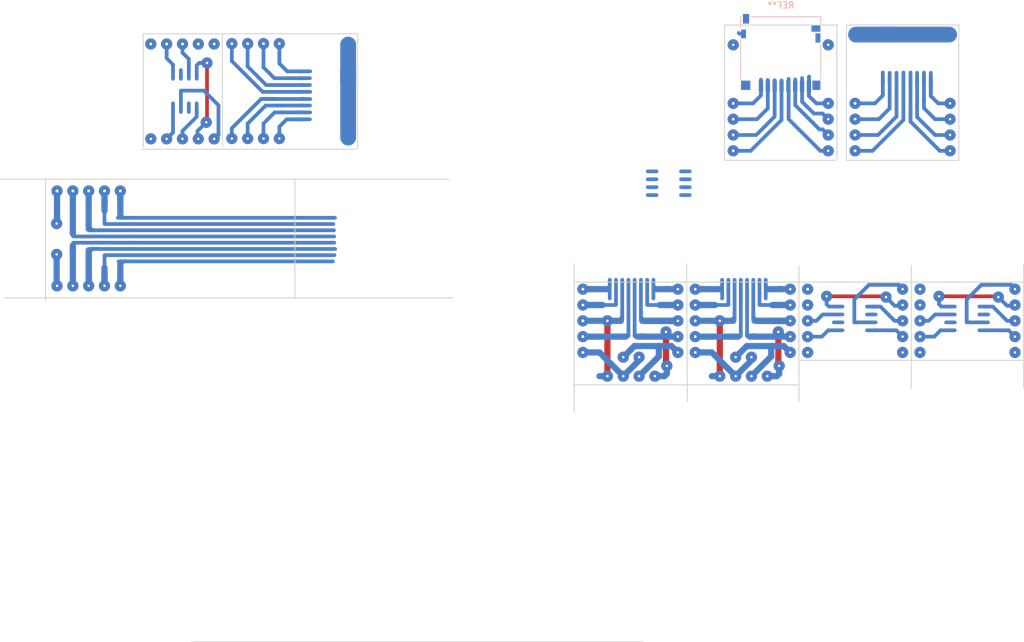
<source format=kicad_pcb>
(kicad_pcb (version 20171130) (host pcbnew "(5.0.1-3-g963ef8bb5)")

  (general
    (thickness 1.6)
    (drawings 26)
    (tracks 874)
    (zones 0)
    (modules 1)
    (nets 1)
  )

  (page A4)
  (layers
    (0 F.Cu signal)
    (31 B.Cu signal)
    (32 B.Adhes user)
    (33 F.Adhes user)
    (34 B.Paste user)
    (35 F.Paste user)
    (36 B.SilkS user)
    (37 F.SilkS user)
    (38 B.Mask user)
    (39 F.Mask user)
    (40 Dwgs.User user)
    (41 Cmts.User user)
    (42 Eco1.User user)
    (43 Eco2.User user)
    (44 Edge.Cuts user)
    (45 Margin user)
    (46 B.CrtYd user)
    (47 F.CrtYd user)
    (48 B.Fab user)
    (49 F.Fab user)
  )

  (setup
    (last_trace_width 0.59944)
    (trace_clearance 0.2)
    (zone_clearance 0.508)
    (zone_45_only no)
    (trace_min 0.2)
    (segment_width 0.2)
    (edge_width 0.15)
    (via_size 1.8)
    (via_drill 0.4)
    (via_min_size 0.4)
    (via_min_drill 0.3)
    (uvia_size 0.3)
    (uvia_drill 0.1)
    (uvias_allowed no)
    (uvia_min_size 0.2)
    (uvia_min_drill 0.1)
    (pcb_text_width 0.3)
    (pcb_text_size 1.5 1.5)
    (mod_edge_width 0.15)
    (mod_text_size 1 1)
    (mod_text_width 0.15)
    (pad_size 1.524 1.524)
    (pad_drill 0.762)
    (pad_to_mask_clearance 0.051)
    (solder_mask_min_width 0.25)
    (aux_axis_origin 0 0)
    (visible_elements FFFFFF7F)
    (pcbplotparams
      (layerselection 0x010fc_ffffffff)
      (usegerberextensions false)
      (usegerberattributes false)
      (usegerberadvancedattributes false)
      (creategerberjobfile false)
      (excludeedgelayer true)
      (linewidth 0.150000)
      (plotframeref false)
      (viasonmask false)
      (mode 1)
      (useauxorigin false)
      (hpglpennumber 1)
      (hpglpenspeed 20)
      (hpglpendiameter 15.000000)
      (psnegative false)
      (psa4output false)
      (plotreference true)
      (plotvalue true)
      (plotinvisibletext false)
      (padsonsilk false)
      (subtractmaskfromsilk false)
      (outputformat 1)
      (mirror false)
      (drillshape 1)
      (scaleselection 1)
      (outputdirectory ""))
  )

  (net 0 "")

  (net_class Default "This is the default net class."
    (clearance 0.2)
    (trace_width 0.59944)
    (via_dia 1.8)
    (via_drill 0.4)
    (uvia_dia 0.3)
    (uvia_drill 0.1)
  )

  (net_class neti ""
    (clearance 0.2)
    (trace_width 0.59944)
    (via_dia 3)
    (via_drill 0.4)
    (uvia_dia 0.3)
    (uvia_drill 0.1)
  )

  (module Connector_Card:microSD_HC_Hirose_DM3D-SF (layer B.Cu) (tedit 5B82D16A) (tstamp 5DE970AC)
    (at 140.208 19.685 180)
    (descr "Micro SD, SMD, right-angle, push-pull (https://media.digikey.com/PDF/Data%20Sheets/Hirose%20PDFs/DM3D-SF.pdf)")
    (tags "Micro SD")
    (attr smd)
    (fp_text reference REF** (at -0.025 7.625 180) (layer B.SilkS)
      (effects (font (size 1 1) (thickness 0.15)) (justify mirror))
    )
    (fp_text value microSD_HC_Hirose_DM3D-SF (at -0.025 -6.975 180) (layer B.Fab)
      (effects (font (size 1 1) (thickness 0.15)) (justify mirror))
    )
    (fp_arc (start 5.475 -5.475) (end 5.475 -5.725) (angle -90) (layer B.Fab) (width 0.1))
    (fp_arc (start 4.725 -4.425) (end 4.725 -3.925) (angle -90) (layer B.Fab) (width 0.1))
    (fp_arc (start -5.525 -5.475) (end -5.275 -5.475) (angle -90) (layer B.Fab) (width 0.1))
    (fp_arc (start -4.775 -4.425) (end -5.275 -4.425) (angle -90) (layer B.Fab) (width 0.1))
    (fp_arc (start -5.025 -9.575) (end -5.025 -10.075) (angle -90) (layer B.Fab) (width 0.1))
    (fp_arc (start 4.975 -9.575) (end 5.475 -9.575) (angle -90) (layer B.Fab) (width 0.1))
    (fp_line (start 6.325 5.785) (end 6.435 5.785) (layer B.SilkS) (width 0.12))
    (fp_line (start 0.525 5.725) (end -1.975 5.725) (layer Dwgs.User) (width 0.1))
    (fp_line (start 6.375 -5.725) (end 6.375 5.725) (layer B.Fab) (width 0.1))
    (fp_line (start 3.575 -0.475) (end 3.575 1.525) (layer Dwgs.User) (width 0.1))
    (fp_line (start 3.075 -0.475) (end 3.575 0.975) (layer Dwgs.User) (width 0.1))
    (fp_line (start 2.575 -0.475) (end 3.275 1.525) (layer Dwgs.User) (width 0.1))
    (fp_line (start 2.075 -0.475) (end 2.775 1.525) (layer Dwgs.User) (width 0.1))
    (fp_line (start 1.575 -0.475) (end 2.275 1.525) (layer Dwgs.User) (width 0.1))
    (fp_line (start 1.075 -0.475) (end 1.775 1.525) (layer Dwgs.User) (width 0.1))
    (fp_line (start 0.575 -0.475) (end 1.275 1.525) (layer Dwgs.User) (width 0.1))
    (fp_line (start 0.075 -0.475) (end 0.775 1.525) (layer Dwgs.User) (width 0.1))
    (fp_line (start -0.425 -0.475) (end 0.275 1.525) (layer Dwgs.User) (width 0.1))
    (fp_line (start -0.925 -0.475) (end -0.225 1.525) (layer Dwgs.User) (width 0.1))
    (fp_line (start -1.425 -0.475) (end -0.725 1.525) (layer Dwgs.User) (width 0.1))
    (fp_line (start -1.925 -0.475) (end -1.225 1.525) (layer Dwgs.User) (width 0.1))
    (fp_line (start -2.425 -0.475) (end -1.725 1.525) (layer Dwgs.User) (width 0.1))
    (fp_line (start -2.925 -0.475) (end -2.225 1.525) (layer Dwgs.User) (width 0.1))
    (fp_line (start -3.425 -0.475) (end -2.725 1.525) (layer Dwgs.User) (width 0.1))
    (fp_line (start -4.425 -0.475) (end -3.725 1.525) (layer Dwgs.User) (width 0.1))
    (fp_line (start -6.375 -5.725) (end -6.375 5.725) (layer B.Fab) (width 0.1))
    (fp_line (start -4.925 -0.475) (end 3.575 -0.475) (layer Dwgs.User) (width 0.1))
    (fp_line (start 0.525 3.875) (end -1.975 3.875) (layer Dwgs.User) (width 0.1))
    (fp_line (start -4.925 1.525) (end 3.575 1.525) (layer Dwgs.User) (width 0.1))
    (fp_line (start -6.92 6.72) (end 6.88 6.72) (layer B.CrtYd) (width 0.05))
    (fp_line (start 6.88 6.72) (end 6.88 -6.28) (layer B.CrtYd) (width 0.05))
    (fp_line (start 6.88 -6.28) (end -6.92 -6.28) (layer B.CrtYd) (width 0.05))
    (fp_line (start -6.92 -6.28) (end -6.92 6.72) (layer B.CrtYd) (width 0.05))
    (fp_line (start -4.925 1.525) (end -4.925 -0.475) (layer Dwgs.User) (width 0.1))
    (fp_line (start -4.925 -0.475) (end -4.225 1.525) (layer Dwgs.User) (width 0.1))
    (fp_line (start -4.225 1.525) (end -3.725 1.525) (layer Dwgs.User) (width 0.1))
    (fp_line (start -3.925 -0.475) (end -3.225 1.525) (layer Dwgs.User) (width 0.1))
    (fp_line (start -3.225 1.525) (end -2.725 1.525) (layer Dwgs.User) (width 0.1))
    (fp_line (start -6.375 5.725) (end 6.375 5.725) (layer B.Fab) (width 0.1))
    (fp_line (start -1.975 5.725) (end -1.975 3.875) (layer Dwgs.User) (width 0.1))
    (fp_line (start 0.525 3.875) (end 0.525 5.725) (layer Dwgs.User) (width 0.1))
    (fp_line (start -1.925 3.875) (end -1.525 5.725) (layer Dwgs.User) (width 0.1))
    (fp_line (start -1.025 5.725) (end -1.525 3.875) (layer Dwgs.User) (width 0.1))
    (fp_line (start -1.025 3.875) (end -0.525 5.725) (layer Dwgs.User) (width 0.1))
    (fp_line (start -0.025 5.725) (end -0.525 3.875) (layer Dwgs.User) (width 0.1))
    (fp_line (start -0.025 3.875) (end 0.475 5.725) (layer Dwgs.User) (width 0.1))
    (fp_line (start -5.525 6.975) (end 4.175 6.975) (layer B.Fab) (width 0.1))
    (fp_line (start 4.175 5.725) (end 4.175 6.975) (layer B.Fab) (width 0.1))
    (fp_line (start -5.525 5.725) (end -5.525 6.975) (layer B.Fab) (width 0.1))
    (fp_line (start -4.775 -3.925) (end 4.725 -3.925) (layer B.Fab) (width 0.1))
    (fp_line (start -6.375 -5.725) (end -5.525 -5.725) (layer B.Fab) (width 0.1))
    (fp_line (start -5.275 -5.475) (end -5.275 -4.425) (layer B.Fab) (width 0.1))
    (fp_line (start 5.225 -5.475) (end 5.225 -4.425) (layer B.Fab) (width 0.1))
    (fp_line (start 5.475 -5.725) (end 6.375 -5.725) (layer B.Fab) (width 0.1))
    (fp_line (start -5.525 -5.725) (end -5.525 -9.575) (layer B.Fab) (width 0.1))
    (fp_line (start -5.025 -10.075) (end 4.975 -10.075) (layer B.Fab) (width 0.1))
    (fp_line (start 5.475 -9.575) (end 5.475 -5.725) (layer B.Fab) (width 0.1))
    (fp_line (start -6.435 4.625) (end -6.435 5.785) (layer B.SilkS) (width 0.12))
    (fp_line (start -6.435 5.785) (end 4.825 5.785) (layer B.SilkS) (width 0.12))
    (fp_line (start 6.435 5.785) (end 6.435 3.975) (layer B.SilkS) (width 0.12))
    (fp_line (start -6.435 1.375) (end -6.435 -4.225) (layer B.SilkS) (width 0.12))
    (fp_line (start 6.435 2.075) (end 6.435 -4.225) (layer B.SilkS) (width 0.12))
    (fp_text user KEEPOUT (at -0.725 4.8 180) (layer Cmts.User)
      (effects (font (size 0.4 0.4) (thickness 0.06)))
    )
    (fp_text user %R (at -0.025 -1.475 180) (layer B.Fab)
      (effects (font (size 1 1) (thickness 0.1)) (justify mirror))
    )
    (fp_text user KEEPOUT (at -0.275 0.525 180) (layer Cmts.User)
      (effects (font (size 1 1) (thickness 0.1)))
    )
    (pad 10 smd rect (at 5.575 5.45 180) (size 1 1.55) (layers B.Cu B.Paste B.Mask))
    (pad 11 smd rect (at 5.625 -5.225 180) (size 1.5 1.5) (layers B.Cu B.Paste B.Mask))
    (pad 1 smd rect (at 3.175 -5.35 180) (size 0.7 1.75) (layers B.Cu B.Paste B.Mask))
    (pad 2 smd rect (at 2.075 -5.35 180) (size 0.7 1.75) (layers B.Cu B.Paste B.Mask))
    (pad 3 smd rect (at 0.975 -5.35 180) (size 0.7 1.75) (layers B.Cu B.Paste B.Mask))
    (pad 4 smd rect (at -0.125 -5.35 180) (size 0.7 1.75) (layers B.Cu B.Paste B.Mask))
    (pad 5 smd rect (at -1.225 -5.35 180) (size 0.7 1.75) (layers B.Cu B.Paste B.Mask))
    (pad 6 smd rect (at -2.325 -5.35 180) (size 0.7 1.75) (layers B.Cu B.Paste B.Mask))
    (pad 7 smd rect (at -3.425 -5.35 180) (size 0.7 1.75) (layers B.Cu B.Paste B.Mask))
    (pad 11 smd rect (at 5.975 3.025 180) (size 0.8 1.4) (layers B.Cu B.Paste B.Mask))
    (pad 9 smd rect (at -5.65 3.875 180) (size 1.45 1) (layers B.Cu B.Paste B.Mask))
    (pad 11 smd rect (at -5.975 2.375 180) (size 0.8 1.5) (layers B.Cu B.Paste B.Mask))
    (pad 11 smd rect (at -5.725 -5.225 180) (size 1.3 1.5) (layers B.Cu B.Paste B.Mask))
    (pad 8 smd rect (at -4.525 -5.35 180) (size 0.7 1.75) (layers B.Cu B.Paste B.Mask))
    (model ${KISYS3DMOD}/Connector_Card.3dshapes/microSD_HC_Hirose_DM3D-SF.wrl
      (at (xyz 0 0 0))
      (scale (xyz 1 1 1))
      (rotate (xyz 0 0 0))
    )
  )

  (gr_line (start 37.895014 16.697826) (end 37.895014 34.858826) (layer Edge.Cuts) (width 0.15) (tstamp 5DE98042))
  (gr_line (start 72.312014 16.824826) (end 72.312014 34.985826) (layer Edge.Cuts) (width 0.15) (tstamp 5DE97EDD))
  (gr_line (start 50.595014 16.824826) (end 50.595014 34.731826) (layer Edge.Cuts) (width 0.15) (tstamp 5DE97EDC))
  (gr_line (start 72.263 35.179) (end 37.719 35.179) (layer Edge.Cuts) (width 0.15) (tstamp 5DE97EDA))
  (gr_line (start 72.39 16.637) (end 37.846 16.637) (layer Edge.Cuts) (width 0.15) (tstamp 5DE97D42))
  (gr_line (start 150.749 15.24) (end 168.91 15.24) (layer Edge.Cuts) (width 0.15) (tstamp 5DE979D2))
  (gr_line (start 150.749 36.957) (end 168.656 36.957) (layer Edge.Cuts) (width 0.15) (tstamp 5DE979D1))
  (gr_line (start 150.749 15.24) (end 150.749 36.83) (layer Edge.Cuts) (width 0.15) (tstamp 5DE9797E))
  (gr_line (start 168.783 15.367) (end 168.783 36.957) (layer Edge.Cuts) (width 0.15) (tstamp 5DE9797D))
  (gr_line (start 131.191 15.24) (end 149.352 15.24) (layer Edge.Cuts) (width 0.15) (tstamp 5DE97775))
  (gr_line (start 131.191 36.957) (end 149.098 36.957) (layer Edge.Cuts) (width 0.15) (tstamp 5DE97775))
  (gr_line (start 131.191 15.24) (end 131.191 36.83) (layer Edge.Cuts) (width 0.15) (tstamp 5DE95758))
  (gr_line (start 149.225 15.24) (end 149.225 36.83) (layer Edge.Cuts) (width 0.15) (tstamp 5DE95757))
  (gr_line (start 22.225 39.751) (end 22.225 59.563) (layer Edge.Cuts) (width 0.15) (tstamp 5DE39EA1))
  (gr_line (start 62.23 39.878) (end 62.23 59.182) (layer Edge.Cuts) (width 0.15) (tstamp 5DE39EA1))
  (gr_line (start 15.621 59.055) (end 87.63 59.055) (layer Edge.Cuts) (width 0.15) (tstamp 5DE39E2B))
  (gr_line (start 14.986 40.005) (end 86.995 40.005) (layer Edge.Cuts) (width 0.15) (tstamp 5DE39E2B))
  (gr_line (start 106.934 73.025) (end 143.129 73.025) (layer Edge.Cuts) (width 0.15))
  (gr_line (start 143.129 69.088) (end 179.07 69.088) (layer Edge.Cuts) (width 0.15))
  (gr_line (start 107.061 56.515) (end 179.07 56.515) (layer Edge.Cuts) (width 0.15))
  (gr_line (start 107.061 53.594) (end 107.061 77.47) (layer Edge.Cuts) (width 0.15))
  (gr_line (start 179.197 53.721) (end 179.197 73.533) (layer Edge.Cuts) (width 0.15))
  (gr_line (start 161.163 53.848) (end 161.163 73.66) (layer Edge.Cuts) (width 0.15))
  (gr_line (start 143.129 75.692) (end 143.129 53.975) (layer Edge.Cuts) (width 0.15) (tstamp 5DA0CEC1))
  (gr_line (start 125.222 75.692) (end 125.095 53.594) (layer Edge.Cuts) (width 0.15) (tstamp 5DA0CEC1))
  (gr_line (start 45.72 114.3) (end 118.11 114.3) (layer Edge.Cuts) (width 0.15))

  (via (at 108.458 57.658) (size 0.8) (drill 0.4) (layers F.Cu B.Cu) (net 0))
  (via (at 108.458 60.198) (size 0.8) (drill 0.4) (layers F.Cu B.Cu) (net 0))
  (via (at 108.458 62.738) (size 0.8) (drill 0.4) (layers F.Cu B.Cu) (net 0))
  (via (at 108.458 65.278) (size 0.8) (drill 0.4) (layers F.Cu B.Cu) (net 0))
  (via (at 108.458 67.818) (size 0.8) (drill 0.4) (layers F.Cu B.Cu) (net 0))
  (via (at 108.458 67.818) (size 0.8) (drill 0.4) (layers F.Cu B.Cu) (net 0) (tstamp 5C68311F))
  (via (at 108.458 67.818) (size 0.8) (drill 0.4) (layers F.Cu B.Cu) (net 0))
  (via (at 108.458 57.658) (size 0.8) (drill 0.4) (layers F.Cu B.Cu) (net 0) (tstamp 5C6837BF))
  (via (at 108.458 57.658) (size 1.2) (drill 0.4) (layers F.Cu B.Cu) (net 0))
  (via (at 108.458 60.198) (size 0.8) (drill 0.4) (layers F.Cu B.Cu) (net 0) (tstamp 5C6837C1))
  (via (at 108.458 60.198) (size 1.2) (drill 0.4) (layers F.Cu B.Cu) (net 0))
  (via (at 108.458 62.738) (size 0.8) (drill 0.4) (layers F.Cu B.Cu) (net 0) (tstamp 5C6837C3))
  (via (at 108.458 62.738) (size 1.2) (drill 0.4) (layers F.Cu B.Cu) (net 0))
  (via (at 108.458 65.278) (size 0.8) (drill 0.4) (layers F.Cu B.Cu) (net 0) (tstamp 5C6837C5))
  (via (at 108.458 65.278) (size 1.2) (drill 0.4) (layers F.Cu B.Cu) (net 0))
  (via (at 108.458 67.818) (size 0.8) (drill 0.4) (layers F.Cu B.Cu) (net 0) (tstamp 5C6837C7))
  (via (at 108.458 67.818) (size 1.2) (drill 0.4) (layers F.Cu B.Cu) (net 0))
  (via (at 108.458 67.818) (size 0.8) (drill 0.4) (layers F.Cu B.Cu) (net 0) (tstamp 5C683809))
  (via (at 108.458 67.818) (size 1.5) (drill 0.4) (layers F.Cu B.Cu) (net 0))
  (via (at 108.458 65.278) (size 0.8) (drill 0.4) (layers F.Cu B.Cu) (net 0) (tstamp 5C68380B))
  (via (at 108.458 65.278) (size 1.5) (drill 0.4) (layers F.Cu B.Cu) (net 0))
  (via (at 108.458 62.738) (size 0.8) (drill 0.4) (layers F.Cu B.Cu) (net 0) (tstamp 5C68380D))
  (via (at 108.458 62.738) (size 1.5) (drill 0.4) (layers F.Cu B.Cu) (net 0))
  (via (at 108.458 60.198) (size 0.8) (drill 0.4) (layers F.Cu B.Cu) (net 0) (tstamp 5C68380F))
  (via (at 108.458 60.198) (size 1.5) (drill 0.4) (layers F.Cu B.Cu) (net 0))
  (via (at 108.458 57.658) (size 0.8) (drill 0.4) (layers F.Cu B.Cu) (net 0) (tstamp 5C683811))
  (via (at 108.458 57.658) (size 1.5) (drill 0.4) (layers F.Cu B.Cu) (net 0))
  (via (at 108.458 57.658) (size 0.8) (drill 0.4) (layers F.Cu B.Cu) (net 0) (tstamp 5C7B759C))
  (via (at 108.458 57.658) (size 1.8) (drill 0.4) (layers F.Cu B.Cu) (net 0))
  (via (at 108.458 60.198) (size 0.8) (drill 0.4) (layers F.Cu B.Cu) (net 0) (tstamp 5C7B759E))
  (via (at 108.458 60.198) (size 1.8) (drill 0.4) (layers F.Cu B.Cu) (net 0))
  (via (at 108.458 62.738) (size 0.8) (drill 0.4) (layers F.Cu B.Cu) (net 0) (tstamp 5C7B75A0))
  (via (at 108.458 62.738) (size 1.8) (drill 0.4) (layers F.Cu B.Cu) (net 0))
  (via (at 108.458 65.278) (size 0.8) (drill 0.4) (layers F.Cu B.Cu) (net 0) (tstamp 5C7B75A2))
  (via (at 108.458 65.278) (size 1.8) (drill 0.4) (layers F.Cu B.Cu) (net 0))
  (via (at 108.458 67.818) (size 0.8) (drill 0.4) (layers F.Cu B.Cu) (net 0) (tstamp 5C7B75A4))
  (via (at 108.458 67.818) (size 1.8) (drill 0.4) (layers F.Cu B.Cu) (net 0))
  (via (at 123.698 57.658) (size 1.8) (drill 0.4) (layers F.Cu B.Cu) (net 0))
  (via (at 123.698 60.198) (size 1.8) (drill 0.4) (layers F.Cu B.Cu) (net 0))
  (via (at 123.698 62.738) (size 1.8) (drill 0.4) (layers F.Cu B.Cu) (net 0))
  (via (at 123.698 67.818) (size 1.8) (drill 0.4) (layers F.Cu B.Cu) (net 0))
  (via (at 123.698 65.278) (size 1.8) (drill 0.4) (layers F.Cu B.Cu) (net 0))
  (segment (start 117.768 56.148) (end 117.768 59.148) (width 0.6) (layer B.Cu) (net 0))
  (segment (start 120.278 57.658) (end 119.768 57.148) (width 0.6) (layer B.Cu) (net 0))
  (segment (start 119.768 57.148) (end 119.768 59.148) (width 0.6) (layer B.Cu) (net 0))
  (segment (start 119.768 56.148) (end 119.768 57.148) (width 0.6) (layer B.Cu) (net 0))
  (segment (start 112.258 57.658) (end 112.768 57.148) (width 0.6) (layer B.Cu) (net 0))
  (segment (start 112.768 57.148) (end 112.768 59.148) (width 0.6) (layer B.Cu) (net 0))
  (segment (start 112.768 56.148) (end 112.768 57.148) (width 0.6) (layer B.Cu) (net 0))
  (segment (start 113.768 60.148) (end 113.718 60.198) (width 0.6) (layer B.Cu) (net 0))
  (segment (start 113.768 56.148) (end 113.768 60.148) (width 0.6) (layer B.Cu) (net 0))
  (segment (start 115.768 65.148) (end 115.638 65.278) (width 0.6) (layer B.Cu) (net 0))
  (segment (start 115.768 56.148) (end 115.768 65.148) (width 0.6) (layer B.Cu) (net 0))
  (segment (start 114.178 62.738) (end 114.768 62.148) (width 0.6) (layer B.Cu) (net 0))
  (segment (start 118.768 60.148) (end 118.818 60.198) (width 0.6) (layer B.Cu) (net 0))
  (segment (start 118.768 56.148) (end 118.768 60.148) (width 0.6) (layer B.Cu) (net 0))
  (segment (start 118.358 62.738) (end 117.768 62.148) (width 0.6) (layer B.Cu) (net 0))
  (segment (start 116.768 65.148) (end 116.898 65.278) (width 0.6) (layer B.Cu) (net 0))
  (segment (start 116.768 56.148) (end 116.768 65.148) (width 0.6) (layer B.Cu) (net 0))
  (via (at 120.015 71.628) (size 1.8) (drill 0.4) (layers F.Cu B.Cu) (net 0))
  (via (at 117.475 71.628) (size 1.8) (drill 0.4) (layers F.Cu B.Cu) (net 0))
  (via (at 114.935 71.628) (size 1.8) (drill 0.4) (layers F.Cu B.Cu) (net 0))
  (via (at 112.395 71.628) (size 1.8) (drill 0.4) (layers F.Cu B.Cu) (net 0))
  (segment (start 108.458 60.198) (end 110.49 60.198) (width 1) (layer B.Cu) (net 0))
  (segment (start 108.458 57.658) (end 110.236 57.658) (width 1) (layer B.Cu) (net 0))
  (segment (start 108.458 57.658) (end 110.744 57.658) (width 1) (layer B.Cu) (net 0))
  (segment (start 110.236 57.658) (end 110.744 57.658) (width 0.6) (layer B.Cu) (net 0))
  (segment (start 110.871 60.198) (end 110.49 60.198) (width 0.6) (layer B.Cu) (net 0))
  (segment (start 111.125 62.738) (end 112.395 62.738) (width 0.6) (layer B.Cu) (net 0))
  (segment (start 110.617 62.738) (end 111.125 62.738) (width 0.6) (layer B.Cu) (net 0))
  (segment (start 121.666 57.658) (end 120.278 57.658) (width 0.6) (layer B.Cu) (net 0))
  (segment (start 123.698 60.198) (end 121.793 60.198) (width 1) (layer B.Cu) (net 0))
  (segment (start 123.698 60.198) (end 121.412 60.198) (width 1) (layer B.Cu) (net 0))
  (segment (start 121.412 60.198) (end 121.793 60.198) (width 0.6) (layer B.Cu) (net 0))
  (segment (start 123.698 62.738) (end 121.158 62.738) (width 1) (layer B.Cu) (net 0))
  (segment (start 112.395 62.738) (end 114.178 62.738) (width 0.6) (layer B.Cu) (net 0) (tstamp 5DA08867))
  (via (at 112.395 62.738) (size 1.8) (drill 0.4) (layers F.Cu B.Cu) (net 0))
  (segment (start 108.458 62.738) (end 112.395 62.738) (width 1) (layer B.Cu) (net 0))
  (via (at 114.935 68.58) (size 1.8) (drill 0.4) (layers F.Cu B.Cu) (net 0))
  (via (at 117.475 68.58) (size 1.8) (drill 0.4) (layers F.Cu B.Cu) (net 0))
  (segment (start 112.395 62.738) (end 112.395 71.628) (width 1) (layer F.Cu) (net 0))
  (segment (start 123.698 62.738) (end 118.872 62.738) (width 1) (layer B.Cu) (net 0))
  (segment (start 118.872 62.738) (end 118.358 62.738) (width 0.6) (layer B.Cu) (net 0))
  (segment (start 121.158 62.738) (end 118.872 62.738) (width 0.6) (layer B.Cu) (net 0))
  (segment (start 123.698 62.738) (end 118.358 62.738) (width 1) (layer B.Cu) (net 0))
  (segment (start 123.698 60.198) (end 120.777 60.198) (width 1) (layer B.Cu) (net 0))
  (segment (start 120.777 60.198) (end 121.412 60.198) (width 0.6) (layer B.Cu) (net 0))
  (segment (start 118.818 60.198) (end 120.777 60.198) (width 0.6) (layer B.Cu) (net 0))
  (segment (start 111.633 60.198) (end 110.871 60.198) (width 0.6) (layer B.Cu) (net 0))
  (segment (start 109.982 60.198) (end 111.633 60.198) (width 1) (layer B.Cu) (net 0))
  (segment (start 113.718 60.198) (end 111.633 60.198) (width 0.6) (layer B.Cu) (net 0))
  (segment (start 108.458 60.198) (end 109.982 60.198) (width 1) (layer B.Cu) (net 0))
  (segment (start 109.982 60.198) (end 110.871 60.198) (width 1) (layer B.Cu) (net 0))
  (segment (start 118.11 65.278) (end 117.221 65.278) (width 1) (layer B.Cu) (net 0))
  (segment (start 117.221 65.278) (end 117.602 65.278) (width 0.6) (layer B.Cu) (net 0))
  (segment (start 116.898 65.278) (end 117.221 65.278) (width 0.6) (layer B.Cu) (net 0))
  (segment (start 118.11 65.278) (end 117.602 65.278) (width 1) (layer B.Cu) (net 0))
  (segment (start 115.062 65.278) (end 115.316 65.278) (width 1) (layer B.Cu) (net 0))
  (segment (start 108.458 65.278) (end 115.062 65.278) (width 1) (layer B.Cu) (net 0))
  (segment (start 115.638 65.278) (end 115.316 65.278) (width 0.6) (layer B.Cu) (net 0))
  (segment (start 122.174 57.658) (end 120.278 57.658) (width 1) (layer B.Cu) (net 0))
  (segment (start 123.698 57.658) (end 122.174 57.658) (width 1) (layer B.Cu) (net 0))
  (segment (start 122.174 57.658) (end 121.666 57.658) (width 1) (layer B.Cu) (net 0))
  (segment (start 110.744 57.658) (end 112.258 57.658) (width 1) (layer B.Cu) (net 0))
  (segment (start 112.395 62.738) (end 113.667792 62.738) (width 1) (layer B.Cu) (net 0))
  (segment (start 113.667792 62.738) (end 114.554 62.738) (width 1) (layer B.Cu) (net 0))
  (segment (start 123.698 62.738) (end 117.983 62.738) (width 1) (layer B.Cu) (net 0))
  (segment (start 118.872 41.275) (end 120.269 41.275) (width 0.6) (layer B.Cu) (net 0))
  (segment (start 118.872 42.545) (end 120.269 42.545) (width 0.6) (layer B.Cu) (net 0))
  (segment (start 120.269 40.005) (end 119.761 40.005) (width 0.6) (layer B.Cu) (net 0))
  (segment (start 118.872 40.005) (end 119.761 40.005) (width 0.6) (layer B.Cu) (net 0))
  (segment (start 118.872 38.735) (end 120.269 38.735) (width 0.6) (layer B.Cu) (net 0))
  (segment (start 124.206 41.275) (end 125.603 41.275) (width 0.6) (layer B.Cu) (net 0) (tstamp 5DA197AB))
  (segment (start 124.206 42.545) (end 125.603 42.545) (width 0.6) (layer B.Cu) (net 0) (tstamp 5DA197AC))
  (segment (start 125.603 40.005) (end 125.095 40.005) (width 0.6) (layer B.Cu) (net 0) (tstamp 5DA197AD))
  (segment (start 124.206 40.005) (end 125.095 40.005) (width 0.6) (layer B.Cu) (net 0) (tstamp 5DA197AE))
  (segment (start 124.206 38.735) (end 125.603 38.735) (width 0.6) (layer B.Cu) (net 0) (tstamp 5DA197AF))
  (segment (start 166.751 62.992) (end 168.148 62.992) (width 0.6) (layer B.Cu) (net 0) (tstamp 5DA19BC6))
  (segment (start 166.751 64.262) (end 168.148 64.262) (width 0.6) (layer B.Cu) (net 0) (tstamp 5DA19BC7))
  (via (at 177.8 67.818) (size 1.8) (drill 0.4) (layers F.Cu B.Cu) (net 0) (tstamp 5DA19BCA))
  (via (at 177.8 65.278) (size 1.8) (drill 0.4) (layers F.Cu B.Cu) (net 0) (tstamp 5DA19BCB))
  (via (at 177.8 57.658) (size 1.8) (drill 0.4) (layers F.Cu B.Cu) (net 0) (tstamp 5DA19BCC))
  (via (at 177.8 60.198) (size 1.8) (drill 0.4) (layers F.Cu B.Cu) (net 0) (tstamp 5DA19BCD))
  (via (at 177.8 62.738) (size 1.8) (drill 0.4) (layers F.Cu B.Cu) (net 0) (tstamp 5DA19BCE))
  (via (at 162.56 65.278) (size 1.8) (drill 0.4) (layers F.Cu B.Cu) (net 0) (tstamp 5DA19BCF))
  (via (at 162.56 67.818) (size 0.8) (drill 0.4) (layers F.Cu B.Cu) (net 0) (tstamp 5DA19BD0))
  (via (at 162.56 67.818) (size 1.8) (drill 0.4) (layers F.Cu B.Cu) (net 0) (tstamp 5DA19BD1))
  (via (at 162.56 62.738) (size 0.8) (drill 0.4) (layers F.Cu B.Cu) (net 0) (tstamp 5DA19BD2))
  (via (at 162.56 62.738) (size 1.8) (drill 0.4) (layers F.Cu B.Cu) (net 0) (tstamp 5DA19BD3))
  (via (at 162.56 65.278) (size 0.8) (drill 0.4) (layers F.Cu B.Cu) (net 0) (tstamp 5DA19BD4))
  (via (at 162.56 60.198) (size 0.8) (drill 0.4) (layers F.Cu B.Cu) (net 0) (tstamp 5DA19BD5))
  (via (at 162.56 60.198) (size 1.5) (drill 0.4) (layers F.Cu B.Cu) (net 0) (tstamp 5DA19BD6))
  (via (at 162.56 60.198) (size 1.8) (drill 0.4) (layers F.Cu B.Cu) (net 0) (tstamp 5DA19BD7))
  (via (at 162.56 57.658) (size 1.5) (drill 0.4) (layers F.Cu B.Cu) (net 0) (tstamp 5DA19BD8))
  (via (at 162.56 65.278) (size 0.8) (drill 0.4) (layers F.Cu B.Cu) (net 0) (tstamp 5DA19BD9))
  (via (at 162.56 67.818) (size 1.2) (drill 0.4) (layers F.Cu B.Cu) (net 0) (tstamp 5DA19BDA))
  (via (at 162.56 65.278) (size 1.2) (drill 0.4) (layers F.Cu B.Cu) (net 0) (tstamp 5DA19BDB))
  (via (at 162.56 67.818) (size 1.5) (drill 0.4) (layers F.Cu B.Cu) (net 0) (tstamp 5DA19BDC))
  (via (at 162.56 57.658) (size 0.8) (drill 0.4) (layers F.Cu B.Cu) (net 0) (tstamp 5DA19BDD))
  (via (at 162.56 67.818) (size 0.8) (drill 0.4) (layers F.Cu B.Cu) (net 0) (tstamp 5DA19BDE))
  (via (at 162.56 67.818) (size 0.8) (drill 0.4) (layers F.Cu B.Cu) (net 0) (tstamp 5DA19BDF))
  (via (at 162.56 67.818) (size 0.8) (drill 0.4) (layers F.Cu B.Cu) (net 0) (tstamp 5DA19BE0))
  (via (at 162.56 57.658) (size 1.2) (drill 0.4) (layers F.Cu B.Cu) (net 0) (tstamp 5DA19BE1))
  (via (at 162.56 67.818) (size 0.8) (drill 0.4) (layers F.Cu B.Cu) (net 0) (tstamp 5DA19BE2))
  (via (at 162.56 65.278) (size 0.8) (drill 0.4) (layers F.Cu B.Cu) (net 0) (tstamp 5DA19BE3))
  (via (at 162.56 60.198) (size 1.2) (drill 0.4) (layers F.Cu B.Cu) (net 0) (tstamp 5DA19BE4))
  (via (at 162.56 60.198) (size 0.8) (drill 0.4) (layers F.Cu B.Cu) (net 0) (tstamp 5DA19BE5))
  (via (at 162.56 57.658) (size 0.8) (drill 0.4) (layers F.Cu B.Cu) (net 0) (tstamp 5DA19BE6))
  (via (at 162.56 65.278) (size 0.8) (drill 0.4) (layers F.Cu B.Cu) (net 0) (tstamp 5DA19BE7))
  (via (at 162.56 62.738) (size 1.2) (drill 0.4) (layers F.Cu B.Cu) (net 0) (tstamp 5DA19BE8))
  (via (at 162.56 62.738) (size 0.8) (drill 0.4) (layers F.Cu B.Cu) (net 0) (tstamp 5DA19BE9))
  (via (at 162.56 62.738) (size 1.5) (drill 0.4) (layers F.Cu B.Cu) (net 0) (tstamp 5DA19BEA))
  (via (at 162.56 62.738) (size 0.8) (drill 0.4) (layers F.Cu B.Cu) (net 0) (tstamp 5DA19BEB))
  (via (at 162.56 67.818) (size 0.8) (drill 0.4) (layers F.Cu B.Cu) (net 0) (tstamp 5DA19BEC))
  (via (at 162.56 60.198) (size 0.8) (drill 0.4) (layers F.Cu B.Cu) (net 0) (tstamp 5DA19BED))
  (via (at 162.56 65.278) (size 1.5) (drill 0.4) (layers F.Cu B.Cu) (net 0) (tstamp 5DA19BEE))
  (via (at 162.56 62.738) (size 0.8) (drill 0.4) (layers F.Cu B.Cu) (net 0) (tstamp 5DA19BEF))
  (via (at 162.56 57.658) (size 0.8) (drill 0.4) (layers F.Cu B.Cu) (net 0) (tstamp 5DA19BF0))
  (via (at 162.56 57.658) (size 1.8) (drill 0.4) (layers F.Cu B.Cu) (net 0) (tstamp 5DA19BF1))
  (via (at 162.56 57.658) (size 0.8) (drill 0.4) (layers F.Cu B.Cu) (net 0) (tstamp 5DA19BF2))
  (via (at 162.56 60.198) (size 0.8) (drill 0.4) (layers F.Cu B.Cu) (net 0) (tstamp 5DA19BF3))
  (segment (start 166.751 60.452) (end 168.148 60.452) (width 0.6) (layer B.Cu) (net 0) (tstamp 5DA19BF9))
  (segment (start 166.751 61.722) (end 168.148 61.722) (width 0.6) (layer B.Cu) (net 0) (tstamp 5DA1A736))
  (segment (start 162.56 65.278) (end 164.846 65.278) (width 0.6) (layer B.Cu) (net 0))
  (segment (start 165.862 64.262) (end 166.751 64.262) (width 0.6) (layer B.Cu) (net 0))
  (segment (start 164.846 65.278) (end 165.862 64.262) (width 0.6) (layer B.Cu) (net 0))
  (segment (start 162.56 62.738) (end 163.957 62.738) (width 0.6) (layer B.Cu) (net 0))
  (segment (start 164.973 61.722) (end 166.751 61.722) (width 0.6) (layer B.Cu) (net 0))
  (segment (start 163.957 62.738) (end 164.973 61.722) (width 0.6) (layer B.Cu) (net 0))
  (segment (start 176.527208 62.738) (end 174.241208 60.452) (width 0.6) (layer B.Cu) (net 0))
  (segment (start 177.8 62.738) (end 176.527208 62.738) (width 0.6) (layer B.Cu) (net 0))
  (segment (start 174.241208 60.452) (end 173.101 60.452) (width 0.6) (layer B.Cu) (net 0))
  (segment (start 173.101 60.452) (end 173.482 60.452) (width 0.6) (layer B.Cu) (net 0))
  (segment (start 172.085 60.452) (end 173.101 60.452) (width 0.6) (layer B.Cu) (net 0))
  (via (at 175.133 58.928) (size 1.8) (drill 0.4) (layers F.Cu B.Cu) (net 0))
  (via (at 165.608 58.801) (size 1.8) (drill 0.4) (layers F.Cu B.Cu) (net 0))
  (segment (start 165.986208 60.452) (end 166.751 60.452) (width 0.6) (layer B.Cu) (net 0))
  (segment (start 165.608 60.073792) (end 165.986208 60.452) (width 0.6) (layer B.Cu) (net 0))
  (segment (start 165.608 58.801) (end 165.608 60.073792) (width 0.6) (layer B.Cu) (net 0))
  (segment (start 172.085 61.722) (end 172.974 61.722) (width 0.6) (layer B.Cu) (net 0) (tstamp 5DA19BF6))
  (segment (start 173.482 61.722) (end 172.974 61.722) (width 0.6) (layer B.Cu) (net 0) (tstamp 5DA19BF4))
  (segment (start 175.133 58.928) (end 176.53 60.325) (width 0.6) (layer B.Cu) (net 0))
  (segment (start 177.673 60.325) (end 177.8 60.198) (width 0.6) (layer B.Cu) (net 0))
  (segment (start 176.53 60.325) (end 177.673 60.325) (width 0.6) (layer B.Cu) (net 0))
  (segment (start 175.006 58.801) (end 175.133 58.928) (width 0.6) (layer F.Cu) (net 0))
  (segment (start 165.608 58.801) (end 175.006 58.801) (width 0.6) (layer F.Cu) (net 0))
  (segment (start 176.784 64.262) (end 173.482 64.262) (width 0.6) (layer B.Cu) (net 0))
  (segment (start 173.482 64.262) (end 172.085 64.262) (width 0.6) (layer B.Cu) (net 0))
  (segment (start 177.8 65.278) (end 176.784 64.262) (width 0.6) (layer B.Cu) (net 0))
  (segment (start 170.053 62.992) (end 172.085 62.992) (width 0.6) (layer B.Cu) (net 0))
  (segment (start 170.053 59.309) (end 170.053 62.992) (width 0.6) (layer B.Cu) (net 0))
  (segment (start 172.39899 56.96301) (end 170.053 59.309) (width 0.6) (layer B.Cu) (net 0))
  (segment (start 177.23201 56.96301) (end 172.39899 56.96301) (width 0.6) (layer B.Cu) (net 0))
  (segment (start 172.085 62.992) (end 173.482 62.992) (width 0.6) (layer B.Cu) (net 0))
  (segment (start 177.8 57.531) (end 177.23201 56.96301) (width 0.6) (layer B.Cu) (net 0))
  (segment (start 177.8 57.658) (end 177.8 57.531) (width 0.6) (layer B.Cu) (net 0))
  (segment (start 144.526 65.278) (end 146.812 65.278) (width 0.6) (layer B.Cu) (net 0) (tstamp 5DA1AD07))
  (segment (start 148.717 61.722) (end 150.114 61.722) (width 0.6) (layer B.Cu) (net 0) (tstamp 5DA1AD08))
  (segment (start 156.972 58.801) (end 157.099 58.928) (width 0.6) (layer F.Cu) (net 0) (tstamp 5DA1AD09))
  (segment (start 159.639 60.325) (end 159.766 60.198) (width 0.6) (layer B.Cu) (net 0) (tstamp 5DA1AD0A))
  (segment (start 147.574 58.801) (end 156.972 58.801) (width 0.6) (layer F.Cu) (net 0) (tstamp 5DA1AD0B))
  (segment (start 158.75 64.262) (end 155.448 64.262) (width 0.6) (layer B.Cu) (net 0) (tstamp 5DA1AD0C))
  (segment (start 158.496 60.325) (end 159.639 60.325) (width 0.6) (layer B.Cu) (net 0) (tstamp 5DA1AD0D))
  (segment (start 155.448 64.262) (end 154.051 64.262) (width 0.6) (layer B.Cu) (net 0) (tstamp 5DA1AD0E))
  (segment (start 159.766 65.278) (end 158.75 64.262) (width 0.6) (layer B.Cu) (net 0) (tstamp 5DA1AD0F))
  (segment (start 158.493208 62.738) (end 156.207208 60.452) (width 0.6) (layer B.Cu) (net 0) (tstamp 5DA1AD10))
  (segment (start 145.923 62.738) (end 146.939 61.722) (width 0.6) (layer B.Cu) (net 0) (tstamp 5DA1AD11))
  (segment (start 159.766 62.738) (end 158.493208 62.738) (width 0.6) (layer B.Cu) (net 0) (tstamp 5DA1AD12))
  (segment (start 146.939 61.722) (end 148.717 61.722) (width 0.6) (layer B.Cu) (net 0) (tstamp 5DA1AD13))
  (segment (start 148.717 62.992) (end 150.114 62.992) (width 0.6) (layer B.Cu) (net 0) (tstamp 5DA1AD14))
  (segment (start 148.717 64.262) (end 150.114 64.262) (width 0.6) (layer B.Cu) (net 0) (tstamp 5DA1AD15))
  (segment (start 155.448 61.722) (end 154.94 61.722) (width 0.6) (layer B.Cu) (net 0) (tstamp 5DA1AD16))
  (segment (start 154.051 61.722) (end 154.94 61.722) (width 0.6) (layer B.Cu) (net 0) (tstamp 5DA1AD17))
  (segment (start 148.717 60.452) (end 150.114 60.452) (width 0.6) (layer B.Cu) (net 0) (tstamp 5DA1AD18))
  (via (at 159.766 67.818) (size 1.8) (drill 0.4) (layers F.Cu B.Cu) (net 0) (tstamp 5DA1AD19))
  (via (at 159.766 65.278) (size 1.8) (drill 0.4) (layers F.Cu B.Cu) (net 0) (tstamp 5DA1AD1A))
  (via (at 159.766 57.658) (size 1.8) (drill 0.4) (layers F.Cu B.Cu) (net 0) (tstamp 5DA1AD1B))
  (via (at 159.766 60.198) (size 1.8) (drill 0.4) (layers F.Cu B.Cu) (net 0) (tstamp 5DA1AD1C))
  (via (at 159.766 62.738) (size 1.8) (drill 0.4) (layers F.Cu B.Cu) (net 0) (tstamp 5DA1AD1D))
  (via (at 144.526 65.278) (size 1.8) (drill 0.4) (layers F.Cu B.Cu) (net 0) (tstamp 5DA1AD1E))
  (via (at 144.526 67.818) (size 0.8) (drill 0.4) (layers F.Cu B.Cu) (net 0) (tstamp 5DA1AD1F))
  (via (at 144.526 67.818) (size 1.8) (drill 0.4) (layers F.Cu B.Cu) (net 0) (tstamp 5DA1AD20))
  (via (at 144.526 62.738) (size 0.8) (drill 0.4) (layers F.Cu B.Cu) (net 0) (tstamp 5DA1AD21))
  (via (at 144.526 62.738) (size 1.8) (drill 0.4) (layers F.Cu B.Cu) (net 0) (tstamp 5DA1AD22))
  (via (at 144.526 65.278) (size 0.8) (drill 0.4) (layers F.Cu B.Cu) (net 0) (tstamp 5DA1AD23))
  (via (at 144.526 60.198) (size 0.8) (drill 0.4) (layers F.Cu B.Cu) (net 0) (tstamp 5DA1AD24))
  (via (at 144.526 60.198) (size 1.5) (drill 0.4) (layers F.Cu B.Cu) (net 0) (tstamp 5DA1AD25))
  (via (at 144.526 60.198) (size 1.8) (drill 0.4) (layers F.Cu B.Cu) (net 0) (tstamp 5DA1AD26))
  (via (at 144.526 57.658) (size 1.5) (drill 0.4) (layers F.Cu B.Cu) (net 0) (tstamp 5DA1AD27))
  (via (at 144.526 65.278) (size 0.8) (drill 0.4) (layers F.Cu B.Cu) (net 0) (tstamp 5DA1AD28))
  (via (at 144.526 67.818) (size 1.2) (drill 0.4) (layers F.Cu B.Cu) (net 0) (tstamp 5DA1AD29))
  (via (at 144.526 65.278) (size 1.2) (drill 0.4) (layers F.Cu B.Cu) (net 0) (tstamp 5DA1AD2A))
  (via (at 144.526 67.818) (size 1.5) (drill 0.4) (layers F.Cu B.Cu) (net 0) (tstamp 5DA1AD2B))
  (via (at 144.526 57.658) (size 0.8) (drill 0.4) (layers F.Cu B.Cu) (net 0) (tstamp 5DA1AD2C))
  (via (at 144.526 67.818) (size 0.8) (drill 0.4) (layers F.Cu B.Cu) (net 0) (tstamp 5DA1AD2D))
  (via (at 144.526 67.818) (size 0.8) (drill 0.4) (layers F.Cu B.Cu) (net 0) (tstamp 5DA1AD2E))
  (via (at 144.526 67.818) (size 0.8) (drill 0.4) (layers F.Cu B.Cu) (net 0) (tstamp 5DA1AD2F))
  (via (at 144.526 57.658) (size 1.2) (drill 0.4) (layers F.Cu B.Cu) (net 0) (tstamp 5DA1AD30))
  (via (at 144.526 67.818) (size 0.8) (drill 0.4) (layers F.Cu B.Cu) (net 0) (tstamp 5DA1AD31))
  (via (at 144.526 65.278) (size 0.8) (drill 0.4) (layers F.Cu B.Cu) (net 0) (tstamp 5DA1AD32))
  (via (at 144.526 60.198) (size 1.2) (drill 0.4) (layers F.Cu B.Cu) (net 0) (tstamp 5DA1AD33))
  (via (at 144.526 60.198) (size 0.8) (drill 0.4) (layers F.Cu B.Cu) (net 0) (tstamp 5DA1AD34))
  (via (at 144.526 57.658) (size 0.8) (drill 0.4) (layers F.Cu B.Cu) (net 0) (tstamp 5DA1AD35))
  (via (at 144.526 65.278) (size 0.8) (drill 0.4) (layers F.Cu B.Cu) (net 0) (tstamp 5DA1AD36))
  (via (at 144.526 62.738) (size 1.2) (drill 0.4) (layers F.Cu B.Cu) (net 0) (tstamp 5DA1AD37))
  (via (at 144.526 62.738) (size 0.8) (drill 0.4) (layers F.Cu B.Cu) (net 0) (tstamp 5DA1AD38))
  (via (at 144.526 62.738) (size 1.5) (drill 0.4) (layers F.Cu B.Cu) (net 0) (tstamp 5DA1AD39))
  (via (at 144.526 62.738) (size 0.8) (drill 0.4) (layers F.Cu B.Cu) (net 0) (tstamp 5DA1AD3A))
  (via (at 144.526 67.818) (size 0.8) (drill 0.4) (layers F.Cu B.Cu) (net 0) (tstamp 5DA1AD3B))
  (via (at 144.526 60.198) (size 0.8) (drill 0.4) (layers F.Cu B.Cu) (net 0) (tstamp 5DA1AD3C))
  (via (at 144.526 65.278) (size 1.5) (drill 0.4) (layers F.Cu B.Cu) (net 0) (tstamp 5DA1AD3D))
  (via (at 144.526 62.738) (size 0.8) (drill 0.4) (layers F.Cu B.Cu) (net 0) (tstamp 5DA1AD3E))
  (via (at 144.526 57.658) (size 0.8) (drill 0.4) (layers F.Cu B.Cu) (net 0) (tstamp 5DA1AD3F))
  (via (at 144.526 57.658) (size 1.8) (drill 0.4) (layers F.Cu B.Cu) (net 0) (tstamp 5DA1AD40))
  (via (at 144.526 57.658) (size 0.8) (drill 0.4) (layers F.Cu B.Cu) (net 0) (tstamp 5DA1AD41))
  (via (at 144.526 60.198) (size 0.8) (drill 0.4) (layers F.Cu B.Cu) (net 0) (tstamp 5DA1AD42))
  (segment (start 147.828 64.262) (end 148.717 64.262) (width 0.6) (layer B.Cu) (net 0) (tstamp 5DA1AD43))
  (segment (start 144.526 62.738) (end 145.923 62.738) (width 0.6) (layer B.Cu) (net 0) (tstamp 5DA1AD44))
  (segment (start 146.812 65.278) (end 147.828 64.262) (width 0.6) (layer B.Cu) (net 0) (tstamp 5DA1AD45))
  (via (at 157.099 58.928) (size 1.8) (drill 0.4) (layers F.Cu B.Cu) (net 0) (tstamp 5DA1AD46))
  (segment (start 157.099 58.928) (end 158.496 60.325) (width 0.6) (layer B.Cu) (net 0) (tstamp 5DA1AD47))
  (segment (start 155.067 60.452) (end 155.448 60.452) (width 0.6) (layer B.Cu) (net 0) (tstamp 5DA1AD48))
  (segment (start 154.051 60.452) (end 155.067 60.452) (width 0.6) (layer B.Cu) (net 0) (tstamp 5DA1AD49))
  (segment (start 156.207208 60.452) (end 155.067 60.452) (width 0.6) (layer B.Cu) (net 0) (tstamp 5DA1AD4A))
  (segment (start 147.574 60.073792) (end 147.952208 60.452) (width 0.6) (layer B.Cu) (net 0) (tstamp 5DA1AD4B))
  (segment (start 147.574 58.801) (end 147.574 60.073792) (width 0.6) (layer B.Cu) (net 0) (tstamp 5DA1AD4C))
  (segment (start 147.952208 60.452) (end 148.717 60.452) (width 0.6) (layer B.Cu) (net 0) (tstamp 5DA1AD4D))
  (segment (start 154.36499 56.96301) (end 152.019 59.309) (width 0.6) (layer B.Cu) (net 0) (tstamp 5DA1AD4E))
  (segment (start 159.19801 56.96301) (end 154.36499 56.96301) (width 0.6) (layer B.Cu) (net 0) (tstamp 5DA1AD4F))
  (segment (start 152.019 62.992) (end 154.051 62.992) (width 0.6) (layer B.Cu) (net 0) (tstamp 5DA1AD50))
  (segment (start 152.019 59.309) (end 152.019 62.992) (width 0.6) (layer B.Cu) (net 0) (tstamp 5DA1AD51))
  (segment (start 154.051 62.992) (end 155.448 62.992) (width 0.6) (layer B.Cu) (net 0) (tstamp 5DA1AD52))
  (segment (start 159.766 57.531) (end 159.19801 56.96301) (width 0.6) (layer B.Cu) (net 0) (tstamp 5DA1AD53))
  (segment (start 159.766 57.658) (end 159.766 57.531) (width 0.6) (layer B.Cu) (net 0) (tstamp 5DA1AD54))
  (via (at 147.574 58.801) (size 1.8) (drill 0.4) (layers F.Cu B.Cu) (net 0) (tstamp 5DA1AD55))
  (segment (start 114.768 62.524) (end 114.554 62.738) (width 0.6) (layer B.Cu) (net 0))
  (segment (start 114.768 61.341) (end 114.768 62.524) (width 0.6) (layer B.Cu) (net 0))
  (segment (start 114.768 56.148) (end 114.768 61.341) (width 0.6) (layer B.Cu) (net 0))
  (segment (start 114.768 61.341) (end 114.768 62.148) (width 0.6) (layer B.Cu) (net 0))
  (segment (start 117.768 62.523) (end 117.983 62.738) (width 0.6) (layer B.Cu) (net 0))
  (segment (start 117.768 61.341) (end 117.768 62.523) (width 0.6) (layer B.Cu) (net 0))
  (segment (start 117.768 59.148) (end 117.768 61.341) (width 0.6) (layer B.Cu) (net 0))
  (segment (start 117.768 61.341) (end 117.768 62.148) (width 0.6) (layer B.Cu) (net 0))
  (segment (start 117.475 69.088) (end 114.935 71.628) (width 0.999998) (layer B.Cu) (net 0))
  (segment (start 117.475 68.58) (end 117.475 69.088) (width 0.999998) (layer B.Cu) (net 0))
  (segment (start 114.935 71.628) (end 111.125 67.818) (width 0.999998) (layer B.Cu) (net 0))
  (segment (start 111.125 67.818) (end 108.458 67.818) (width 0.999998) (layer B.Cu) (net 0))
  (segment (start 122.682 66.802) (end 123.698 67.818) (width 0.999998) (layer B.Cu) (net 0))
  (segment (start 114.935 68.58) (end 116.713 66.802) (width 0.999998) (layer B.Cu) (net 0))
  (segment (start 120.65 68.453) (end 120.65 66.802) (width 0.999998) (layer B.Cu) (net 0))
  (segment (start 117.475 71.628) (end 120.65 68.453) (width 0.999998) (layer B.Cu) (net 0))
  (segment (start 120.65 66.802) (end 122.682 66.802) (width 0.999998) (layer B.Cu) (net 0))
  (segment (start 116.713 66.802) (end 120.65 66.802) (width 0.999998) (layer B.Cu) (net 0))
  (via (at 121.793 64.516) (size 1.8) (drill 0.4) (layers F.Cu B.Cu) (net 0))
  (via (at 121.92 69.977) (size 1.8) (drill 0.4) (layers F.Cu B.Cu) (net 0))
  (segment (start 118.11 65.278) (end 123.698 65.278) (width 0.999998) (layer B.Cu) (net 0))
  (segment (start 121.793 69.85) (end 121.92 69.977) (width 0.999998) (layer F.Cu) (net 0))
  (segment (start 121.793 64.516) (end 121.793 69.85) (width 0.999998) (layer F.Cu) (net 0))
  (segment (start 112.395 71.628) (end 111.122208 71.628) (width 0.999998) (layer B.Cu) (net 0))
  (segment (start 120.015 71.628) (end 121.031 71.628) (width 0.999998) (layer B.Cu) (net 0))
  (segment (start 121.92 69.977) (end 121.92 71.249792) (width 0.999998) (layer B.Cu) (net 0))
  (segment (start 121.541792 71.628) (end 120.015 71.628) (width 0.999998) (layer B.Cu) (net 0))
  (segment (start 121.92 71.249792) (end 121.541792 71.628) (width 0.999998) (layer B.Cu) (net 0))
  (segment (start 135.509 68.58) (end 135.509 69.088) (width 0.999998) (layer B.Cu) (net 0) (tstamp 5DA1B615))
  (segment (start 136.144 65.278) (end 141.732 65.278) (width 0.999998) (layer B.Cu) (net 0) (tstamp 5DA1B616))
  (segment (start 135.509 69.088) (end 132.969 71.628) (width 0.999998) (layer B.Cu) (net 0) (tstamp 5DA1B617))
  (segment (start 139.954 69.977) (end 139.954 71.249792) (width 0.999998) (layer B.Cu) (net 0) (tstamp 5DA1B618))
  (segment (start 135.802 56.148) (end 135.802 59.148) (width 0.6) (layer B.Cu) (net 0) (tstamp 5DA1B619))
  (segment (start 138.312 57.658) (end 137.802 57.148) (width 0.6) (layer B.Cu) (net 0) (tstamp 5DA1B61A))
  (segment (start 137.802 57.148) (end 137.802 59.148) (width 0.6) (layer B.Cu) (net 0) (tstamp 5DA1B61B))
  (segment (start 137.802 56.148) (end 137.802 57.148) (width 0.6) (layer B.Cu) (net 0) (tstamp 5DA1B61C))
  (segment (start 130.292 57.658) (end 130.802 57.148) (width 0.6) (layer B.Cu) (net 0) (tstamp 5DA1B61D))
  (segment (start 130.802 57.148) (end 130.802 59.148) (width 0.6) (layer B.Cu) (net 0) (tstamp 5DA1B61E))
  (segment (start 130.802 56.148) (end 130.802 57.148) (width 0.6) (layer B.Cu) (net 0) (tstamp 5DA1B61F))
  (segment (start 131.802 60.148) (end 131.752 60.198) (width 0.6) (layer B.Cu) (net 0) (tstamp 5DA1B620))
  (segment (start 131.802 56.148) (end 131.802 60.148) (width 0.6) (layer B.Cu) (net 0) (tstamp 5DA1B621))
  (segment (start 133.802 65.148) (end 133.672 65.278) (width 0.6) (layer B.Cu) (net 0) (tstamp 5DA1B622))
  (segment (start 133.802 56.148) (end 133.802 65.148) (width 0.6) (layer B.Cu) (net 0) (tstamp 5DA1B623))
  (segment (start 132.212 62.738) (end 132.802 62.148) (width 0.6) (layer B.Cu) (net 0) (tstamp 5DA1B624))
  (segment (start 136.802 60.148) (end 136.852 60.198) (width 0.6) (layer B.Cu) (net 0) (tstamp 5DA1B625))
  (segment (start 136.802 56.148) (end 136.802 60.148) (width 0.6) (layer B.Cu) (net 0) (tstamp 5DA1B626))
  (segment (start 136.392 62.738) (end 135.802 62.148) (width 0.6) (layer B.Cu) (net 0) (tstamp 5DA1B627))
  (segment (start 134.802 65.148) (end 134.932 65.278) (width 0.6) (layer B.Cu) (net 0) (tstamp 5DA1B628))
  (segment (start 134.802 56.148) (end 134.802 65.148) (width 0.6) (layer B.Cu) (net 0) (tstamp 5DA1B629))
  (segment (start 126.492 60.198) (end 126.492 60.198) (width 1) (layer B.Cu) (net 0) (tstamp 5DA1B62A))
  (segment (start 126.492 57.658) (end 126.492 57.658) (width 1) (layer B.Cu) (net 0) (tstamp 5DA1B62B))
  (segment (start 126.492 57.658) (end 128.778 57.658) (width 1) (layer B.Cu) (net 0) (tstamp 5DA1B62C))
  (segment (start 128.27 57.658) (end 128.778 57.658) (width 0.6) (layer B.Cu) (net 0) (tstamp 5DA1B62D))
  (segment (start 128.905 60.198) (end 128.524 60.198) (width 0.6) (layer B.Cu) (net 0) (tstamp 5DA1B62E))
  (segment (start 129.159 62.738) (end 130.429 62.738) (width 0.6) (layer B.Cu) (net 0) (tstamp 5DA1B62F))
  (segment (start 128.651 62.738) (end 129.159 62.738) (width 0.6) (layer B.Cu) (net 0) (tstamp 5DA1B630))
  (segment (start 139.7 57.658) (end 138.312 57.658) (width 0.6) (layer B.Cu) (net 0) (tstamp 5DA1B631))
  (segment (start 141.732 60.198) (end 139.827 60.198) (width 1) (layer B.Cu) (net 0) (tstamp 5DA1B632))
  (segment (start 141.732 60.198) (end 139.446 60.198) (width 1) (layer B.Cu) (net 0) (tstamp 5DA1B633))
  (segment (start 139.446 60.198) (end 139.827 60.198) (width 0.6) (layer B.Cu) (net 0) (tstamp 5DA1B634))
  (segment (start 141.732 62.738) (end 139.192 62.738) (width 1) (layer B.Cu) (net 0) (tstamp 5DA1B635))
  (segment (start 130.429 62.738) (end 132.212 62.738) (width 0.6) (layer B.Cu) (net 0) (tstamp 5DA1B636))
  (segment (start 126.492 62.738) (end 126.492 62.738) (width 1) (layer B.Cu) (net 0) (tstamp 5DA1B637))
  (segment (start 130.429 62.738) (end 130.429 71.628) (width 1) (layer F.Cu) (net 0) (tstamp 5DA1B638))
  (segment (start 141.732 62.738) (end 136.906 62.738) (width 1) (layer B.Cu) (net 0) (tstamp 5DA1B639))
  (segment (start 136.906 62.738) (end 136.392 62.738) (width 0.6) (layer B.Cu) (net 0) (tstamp 5DA1B63A))
  (segment (start 139.192 62.738) (end 136.906 62.738) (width 0.6) (layer B.Cu) (net 0) (tstamp 5DA1B63B))
  (segment (start 141.732 62.738) (end 136.392 62.738) (width 1) (layer B.Cu) (net 0) (tstamp 5DA1B63C))
  (segment (start 141.732 60.198) (end 138.811 60.198) (width 1) (layer B.Cu) (net 0) (tstamp 5DA1B63D))
  (segment (start 138.811 60.198) (end 139.446 60.198) (width 0.6) (layer B.Cu) (net 0) (tstamp 5DA1B63E))
  (segment (start 136.852 60.198) (end 138.811 60.198) (width 0.6) (layer B.Cu) (net 0) (tstamp 5DA1B63F))
  (segment (start 129.667 60.198) (end 128.905 60.198) (width 0.6) (layer B.Cu) (net 0) (tstamp 5DA1B640))
  (segment (start 128.016 60.198) (end 129.667 60.198) (width 1) (layer B.Cu) (net 0) (tstamp 5DA1B641))
  (segment (start 131.752 60.198) (end 129.667 60.198) (width 0.6) (layer B.Cu) (net 0) (tstamp 5DA1B642))
  (segment (start 126.492 60.198) (end 128.016 60.198) (width 1) (layer B.Cu) (net 0) (tstamp 5DA1B643))
  (segment (start 128.016 60.198) (end 128.905 60.198) (width 1) (layer B.Cu) (net 0) (tstamp 5DA1B644))
  (segment (start 136.144 65.278) (end 135.255 65.278) (width 1) (layer B.Cu) (net 0) (tstamp 5DA1B645))
  (segment (start 135.255 65.278) (end 135.636 65.278) (width 0.6) (layer B.Cu) (net 0) (tstamp 5DA1B646))
  (segment (start 134.932 65.278) (end 135.255 65.278) (width 0.6) (layer B.Cu) (net 0) (tstamp 5DA1B647))
  (segment (start 136.144 65.278) (end 135.636 65.278) (width 1) (layer B.Cu) (net 0) (tstamp 5DA1B648))
  (segment (start 133.096 65.278) (end 133.35 65.278) (width 1) (layer B.Cu) (net 0) (tstamp 5DA1B649))
  (segment (start 126.492 65.278) (end 126.492 65.278) (width 1) (layer B.Cu) (net 0) (tstamp 5DA1B64A))
  (segment (start 133.672 65.278) (end 133.35 65.278) (width 0.6) (layer B.Cu) (net 0) (tstamp 5DA1B64B))
  (segment (start 140.208 57.658) (end 138.312 57.658) (width 1) (layer B.Cu) (net 0) (tstamp 5DA1B64C))
  (segment (start 141.732 57.658) (end 140.208 57.658) (width 1) (layer B.Cu) (net 0) (tstamp 5DA1B64D))
  (segment (start 140.208 57.658) (end 139.7 57.658) (width 1) (layer B.Cu) (net 0) (tstamp 5DA1B64E))
  (segment (start 128.778 57.658) (end 130.292 57.658) (width 1) (layer B.Cu) (net 0) (tstamp 5DA1B64F))
  (segment (start 130.429 62.738) (end 131.701792 62.738) (width 1) (layer B.Cu) (net 0) (tstamp 5DA1B650))
  (segment (start 131.701792 62.738) (end 132.588 62.738) (width 1) (layer B.Cu) (net 0) (tstamp 5DA1B651))
  (segment (start 141.732 62.738) (end 136.017 62.738) (width 1) (layer B.Cu) (net 0) (tstamp 5DA1B652))
  (via (at 126.492 60.198) (size 0.8) (drill 0.4) (layers F.Cu B.Cu) (net 0) (tstamp 5DA1B653))
  (via (at 126.492 60.198) (size 0.8) (drill 0.4) (layers F.Cu B.Cu) (net 0) (tstamp 5DA1B656))
  (via (at 126.492 62.738) (size 0.8) (drill 0.4) (layers F.Cu B.Cu) (net 0) (tstamp 5DA1B657))
  (via (at 126.492 62.738) (size 0.8) (drill 0.4) (layers F.Cu B.Cu) (net 0) (tstamp 5DA1B658))
  (via (at 126.492 67.818) (size 0.8) (drill 0.4) (layers F.Cu B.Cu) (net 0) (tstamp 5DA1B659))
  (via (at 126.492 65.278) (size 0.8) (drill 0.4) (layers F.Cu B.Cu) (net 0) (tstamp 5DA1B65A))
  (via (at 126.492 62.738) (size 1.2) (drill 0.4) (layers F.Cu B.Cu) (net 0) (tstamp 5DA1B65B))
  (via (at 126.492 62.738) (size 0.8) (drill 0.4) (layers F.Cu B.Cu) (net 0) (tstamp 5DA1B65C))
  (via (at 126.492 60.198) (size 1.2) (drill 0.4) (layers F.Cu B.Cu) (net 0) (tstamp 5DA1B65D))
  (via (at 126.492 60.198) (size 0.8) (drill 0.4) (layers F.Cu B.Cu) (net 0) (tstamp 5DA1B65E))
  (via (at 126.492 57.658) (size 0.8) (drill 0.4) (layers F.Cu B.Cu) (net 0) (tstamp 5DA1B65F))
  (via (at 126.492 57.658) (size 1.2) (drill 0.4) (layers F.Cu B.Cu) (net 0) (tstamp 5DA1B660))
  (via (at 126.492 67.818) (size 0.8) (drill 0.4) (layers F.Cu B.Cu) (net 0) (tstamp 5DA1B661))
  (via (at 126.492 65.278) (size 0.8) (drill 0.4) (layers F.Cu B.Cu) (net 0) (tstamp 5DA1B662))
  (via (at 126.492 67.818) (size 0.8) (drill 0.4) (layers F.Cu B.Cu) (net 0) (tstamp 5DA1B663))
  (via (at 126.492 67.818) (size 0.8) (drill 0.4) (layers F.Cu B.Cu) (net 0) (tstamp 5DA1B664))
  (via (at 126.492 67.818) (size 0.8) (drill 0.4) (layers F.Cu B.Cu) (net 0) (tstamp 5DA1B665))
  (via (at 126.492 65.278) (size 1.2) (drill 0.4) (layers F.Cu B.Cu) (net 0) (tstamp 5DA1B666))
  (via (at 126.492 57.658) (size 0.8) (drill 0.4) (layers F.Cu B.Cu) (net 0) (tstamp 5DA1B667))
  (via (at 126.492 65.278) (size 0.8) (drill 0.4) (layers F.Cu B.Cu) (net 0) (tstamp 5DA1B668))
  (via (at 126.492 67.818) (size 1.2) (drill 0.4) (layers F.Cu B.Cu) (net 0) (tstamp 5DA1B669))
  (via (at 126.492 60.198) (size 0.8) (drill 0.4) (layers F.Cu B.Cu) (net 0) (tstamp 5DA1B66A))
  (via (at 126.492 62.738) (size 0.8) (drill 0.4) (layers F.Cu B.Cu) (net 0) (tstamp 5DA1B66B))
  (via (at 126.492 65.278) (size 0.8) (drill 0.4) (layers F.Cu B.Cu) (net 0) (tstamp 5DA1B66C))
  (via (at 126.492 67.818) (size 0.8) (drill 0.4) (layers F.Cu B.Cu) (net 0) (tstamp 5DA1B66D))
  (via (at 141.732 57.658) (size 1.8) (drill 0.4) (layers F.Cu B.Cu) (net 0) (tstamp 5DA1B66E))
  (via (at 141.732 60.198) (size 1.8) (drill 0.4) (layers F.Cu B.Cu) (net 0) (tstamp 5DA1B66F))
  (via (at 141.732 62.738) (size 1.8) (drill 0.4) (layers F.Cu B.Cu) (net 0) (tstamp 5DA1B670))
  (via (at 141.732 67.818) (size 1.8) (drill 0.4) (layers F.Cu B.Cu) (net 0) (tstamp 5DA1B671))
  (via (at 141.732 65.278) (size 1.8) (drill 0.4) (layers F.Cu B.Cu) (net 0) (tstamp 5DA1B672))
  (via (at 138.049 71.628) (size 1.8) (drill 0.4) (layers F.Cu B.Cu) (net 0) (tstamp 5DA1B673))
  (via (at 135.509 71.628) (size 1.8) (drill 0.4) (layers F.Cu B.Cu) (net 0) (tstamp 5DA1B674))
  (via (at 132.969 71.628) (size 1.8) (drill 0.4) (layers F.Cu B.Cu) (net 0) (tstamp 5DA1B675))
  (via (at 130.429 71.628) (size 1.8) (drill 0.4) (layers F.Cu B.Cu) (net 0) (tstamp 5DA1B676))
  (via (at 130.429 62.738) (size 1.8) (drill 0.4) (layers F.Cu B.Cu) (net 0) (tstamp 5DA1B677))
  (via (at 132.969 68.58) (size 1.8) (drill 0.4) (layers F.Cu B.Cu) (net 0) (tstamp 5DA1B678))
  (via (at 135.509 68.58) (size 1.8) (drill 0.4) (layers F.Cu B.Cu) (net 0) (tstamp 5DA1B679))
  (segment (start 135.802 59.148) (end 135.802 61.341) (width 0.6) (layer B.Cu) (net 0) (tstamp 5DA1B67A))
  (segment (start 129.159 67.818) (end 126.492 67.818) (width 0.999998) (layer B.Cu) (net 0) (tstamp 5DA1B67B))
  (segment (start 132.802 61.341) (end 132.802 62.524) (width 0.6) (layer B.Cu) (net 0) (tstamp 5DA1B67C))
  (segment (start 132.969 71.628) (end 129.159 67.818) (width 0.999998) (layer B.Cu) (net 0) (tstamp 5DA1B67D))
  (segment (start 135.802 61.341) (end 135.802 62.148) (width 0.6) (layer B.Cu) (net 0) (tstamp 5DA1B67E))
  (segment (start 132.802 62.524) (end 132.588 62.738) (width 0.6) (layer B.Cu) (net 0) (tstamp 5DA1B67F))
  (segment (start 132.802 61.341) (end 132.802 62.148) (width 0.6) (layer B.Cu) (net 0) (tstamp 5DA1B680))
  (segment (start 135.802 62.523) (end 136.017 62.738) (width 0.6) (layer B.Cu) (net 0) (tstamp 5DA1B681))
  (segment (start 138.684 66.802) (end 140.716 66.802) (width 0.999998) (layer B.Cu) (net 0) (tstamp 5DA1B682))
  (segment (start 132.802 56.148) (end 132.802 61.341) (width 0.6) (layer B.Cu) (net 0) (tstamp 5DA1B683))
  (segment (start 135.802 61.341) (end 135.802 62.523) (width 0.6) (layer B.Cu) (net 0) (tstamp 5DA1B684))
  (segment (start 135.509 71.628) (end 138.684 68.453) (width 0.999998) (layer B.Cu) (net 0) (tstamp 5DA1B685))
  (segment (start 139.575792 71.628) (end 138.049 71.628) (width 0.999998) (layer B.Cu) (net 0) (tstamp 5DA1B686))
  (segment (start 134.747 66.802) (end 138.684 66.802) (width 0.999998) (layer B.Cu) (net 0) (tstamp 5DA1B687))
  (segment (start 138.684 68.453) (end 138.684 66.802) (width 0.999998) (layer B.Cu) (net 0) (tstamp 5DA1B688))
  (segment (start 130.429 71.628) (end 129.156208 71.628) (width 0.999998) (layer B.Cu) (net 0) (tstamp 5DA1B689))
  (segment (start 140.716 66.802) (end 141.732 67.818) (width 0.999998) (layer B.Cu) (net 0) (tstamp 5DA1B68A))
  (segment (start 132.969 68.58) (end 134.747 66.802) (width 0.999998) (layer B.Cu) (net 0) (tstamp 5DA1B68B))
  (segment (start 139.954 71.249792) (end 139.575792 71.628) (width 0.999998) (layer B.Cu) (net 0) (tstamp 5DA1B68C))
  (segment (start 138.049 71.628) (end 139.065 71.628) (width 0.999998) (layer B.Cu) (net 0) (tstamp 5DA1B68D))
  (segment (start 139.827 69.85) (end 139.954 69.977) (width 0.999998) (layer F.Cu) (net 0) (tstamp 5DA1B68E))
  (via (at 139.827 64.516) (size 1.8) (drill 0.4) (layers F.Cu B.Cu) (net 0) (tstamp 5DA1B68F))
  (via (at 139.954 69.977) (size 1.8) (drill 0.4) (layers F.Cu B.Cu) (net 0) (tstamp 5DA1B690))
  (segment (start 139.827 64.516) (end 139.827 69.85) (width 0.999998) (layer F.Cu) (net 0) (tstamp 5DA1B691))
  (segment (start 126.492 57.658) (end 128.27 57.658) (width 1) (layer B.Cu) (net 0) (tstamp 5DA1B71D))
  (via (at 126.492 57.658) (size 1.8) (drill 0.4) (layers F.Cu B.Cu) (net 0))
  (segment (start 126.492 60.198) (end 128.524 60.198) (width 1) (layer B.Cu) (net 0) (tstamp 5DA1B71F))
  (via (at 126.492 60.198) (size 1.8) (drill 0.4) (layers F.Cu B.Cu) (net 0))
  (segment (start 126.492 62.738) (end 130.429 62.738) (width 1) (layer B.Cu) (net 0) (tstamp 5DA1B72B))
  (via (at 126.492 62.738) (size 1.8) (drill 0.4) (layers F.Cu B.Cu) (net 0))
  (segment (start 126.492 65.278) (end 133.096 65.278) (width 1) (layer B.Cu) (net 0) (tstamp 5DA1B72D))
  (via (at 126.492 65.278) (size 1.8) (drill 0.4) (layers F.Cu B.Cu) (net 0))
  (via (at 126.492 67.818) (size 0.8) (drill 0.4) (layers F.Cu B.Cu) (net 0) (tstamp 5DA1B72F))
  (via (at 126.492 67.818) (size 1.8) (drill 0.4) (layers F.Cu B.Cu) (net 0))
  (via (at 34.221957 41.882871) (size 0.8) (drill 0.4) (layers F.Cu B.Cu) (net 0) (tstamp 5DE1783F))
  (via (at 34.221957 41.882871) (size 0.8) (drill 0.4) (layers F.Cu B.Cu) (net 0) (tstamp 5DE17840))
  (via (at 34.221957 41.882871) (size 1.5) (drill 0.4) (layers F.Cu B.Cu) (net 0) (tstamp 5DE17841))
  (via (at 24.061957 41.882871) (size 1.5) (drill 0.4) (layers F.Cu B.Cu) (net 0) (tstamp 5DE17842))
  (segment (start 35.731957 51.192871) (end 32.731957 51.192871) (width 0.6) (layer B.Cu) (net 0) (tstamp 5DE17843))
  (segment (start 31.731957 47.192871) (end 31.681957 47.142871) (width 0.6) (layer B.Cu) (net 0) (tstamp 5DE1784A))
  (segment (start 35.731957 47.192871) (end 31.731957 47.192871) (width 0.6) (layer B.Cu) (net 0) (tstamp 5DE1784B))
  (segment (start 26.731957 49.192871) (end 26.601957 49.062871) (width 0.6) (layer B.Cu) (net 0) (tstamp 5DE1784C))
  (segment (start 35.731957 49.192871) (end 26.731957 49.192871) (width 0.6) (layer B.Cu) (net 0) (tstamp 5DE1784D))
  (segment (start 29.141957 47.602871) (end 29.731957 48.192871) (width 0.6) (layer B.Cu) (net 0) (tstamp 5DE1784E))
  (segment (start 31.731957 52.192871) (end 31.681957 52.242871) (width 0.6) (layer B.Cu) (net 0) (tstamp 5DE1784F))
  (segment (start 35.731957 52.192871) (end 31.731957 52.192871) (width 0.6) (layer B.Cu) (net 0) (tstamp 5DE17850))
  (segment (start 29.141957 51.782871) (end 29.731957 51.192871) (width 0.6) (layer B.Cu) (net 0) (tstamp 5DE17851))
  (segment (start 26.731957 50.192871) (end 26.601957 50.322871) (width 0.6) (layer B.Cu) (net 0) (tstamp 5DE17852))
  (segment (start 35.731957 50.192871) (end 26.731957 50.192871) (width 0.6) (layer B.Cu) (net 0) (tstamp 5DE17853))
  (segment (start 31.681957 41.882871) (end 31.681957 43.914871) (width 1) (layer B.Cu) (net 0) (tstamp 5DE17854))
  (segment (start 34.221957 41.882871) (end 34.221957 43.660871) (width 1) (layer B.Cu) (net 0) (tstamp 5DE17855))
  (segment (start 34.221957 41.882871) (end 34.221957 44.168871) (width 1) (layer B.Cu) (net 0) (tstamp 5DE17856))
  (segment (start 34.221957 43.660871) (end 34.221957 44.168871) (width 0.6) (layer B.Cu) (net 0) (tstamp 5DE17857))
  (segment (start 31.681957 44.295871) (end 31.681957 43.914871) (width 0.6) (layer B.Cu) (net 0) (tstamp 5DE17858))
  (segment (start 29.141957 44.549871) (end 29.141957 45.819871) (width 0.6) (layer B.Cu) (net 0) (tstamp 5DE17859))
  (segment (start 29.141957 44.041871) (end 29.141957 44.549871) (width 0.6) (layer B.Cu) (net 0) (tstamp 5DE1785A))
  (segment (start 34.221957 55.090871) (end 34.221957 53.702871) (width 0.6) (layer B.Cu) (net 0) (tstamp 5DE1785B))
  (segment (start 31.681957 57.122871) (end 31.681957 55.217871) (width 1) (layer B.Cu) (net 0) (tstamp 5DE1785C))
  (segment (start 31.681957 57.122871) (end 31.681957 54.836871) (width 1) (layer B.Cu) (net 0) (tstamp 5DE1785D))
  (segment (start 31.681957 54.836871) (end 31.681957 55.217871) (width 0.6) (layer B.Cu) (net 0) (tstamp 5DE1785E))
  (segment (start 29.141957 57.122871) (end 29.141957 54.582871) (width 1) (layer B.Cu) (net 0) (tstamp 5DE1785F))
  (segment (start 29.141957 45.819871) (end 29.141957 47.602871) (width 0.6) (layer B.Cu) (net 0) (tstamp 5DE17860))
  (segment (start 29.141957 41.882871) (end 29.141957 45.819871) (width 1) (layer B.Cu) (net 0) (tstamp 5DE17861))
  (segment (start 29.141957 57.122871) (end 29.141957 52.296871) (width 1) (layer B.Cu) (net 0) (tstamp 5DE17863))
  (segment (start 29.141957 52.296871) (end 29.141957 51.782871) (width 0.6) (layer B.Cu) (net 0) (tstamp 5DE17864))
  (segment (start 29.141957 54.582871) (end 29.141957 52.296871) (width 0.6) (layer B.Cu) (net 0) (tstamp 5DE17865))
  (segment (start 29.141957 57.122871) (end 29.141957 51.782871) (width 1) (layer B.Cu) (net 0) (tstamp 5DE17866))
  (segment (start 31.681957 57.122871) (end 31.681957 54.201871) (width 1) (layer B.Cu) (net 0) (tstamp 5DE17867))
  (segment (start 31.681957 54.201871) (end 31.681957 54.836871) (width 0.6) (layer B.Cu) (net 0) (tstamp 5DE17868))
  (segment (start 31.681957 52.242871) (end 31.681957 54.201871) (width 0.6) (layer B.Cu) (net 0) (tstamp 5DE17869))
  (segment (start 31.681957 45.057871) (end 31.681957 44.295871) (width 0.6) (layer B.Cu) (net 0) (tstamp 5DE1786A))
  (segment (start 31.681957 43.406871) (end 31.681957 45.057871) (width 1) (layer B.Cu) (net 0) (tstamp 5DE1786B))
  (segment (start 31.681957 47.142871) (end 31.681957 45.057871) (width 0.6) (layer B.Cu) (net 0) (tstamp 5DE1786C))
  (segment (start 31.681957 41.882871) (end 31.681957 43.406871) (width 1) (layer B.Cu) (net 0) (tstamp 5DE1786D))
  (segment (start 31.681957 43.406871) (end 31.681957 44.295871) (width 1) (layer B.Cu) (net 0) (tstamp 5DE1786E))
  (segment (start 26.601957 51.534871) (end 26.601957 50.645871) (width 1) (layer B.Cu) (net 0) (tstamp 5DE1786F))
  (segment (start 26.601957 50.645871) (end 26.601957 51.026871) (width 0.6) (layer B.Cu) (net 0) (tstamp 5DE17870))
  (segment (start 26.601957 50.322871) (end 26.601957 50.645871) (width 0.6) (layer B.Cu) (net 0) (tstamp 5DE17871))
  (segment (start 26.601957 51.534871) (end 26.601957 51.026871) (width 1) (layer B.Cu) (net 0) (tstamp 5DE17872))
  (segment (start 26.601957 48.486871) (end 26.601957 48.740871) (width 1) (layer B.Cu) (net 0) (tstamp 5DE17873))
  (segment (start 26.601957 41.882871) (end 26.601957 48.486871) (width 1) (layer B.Cu) (net 0) (tstamp 5DE17874))
  (segment (start 26.601957 49.062871) (end 26.601957 48.740871) (width 0.6) (layer B.Cu) (net 0) (tstamp 5DE17875))
  (segment (start 34.221957 55.598871) (end 34.221957 53.702871) (width 1) (layer B.Cu) (net 0) (tstamp 5DE17876))
  (segment (start 34.221957 57.122871) (end 34.221957 55.598871) (width 1) (layer B.Cu) (net 0) (tstamp 5DE17877))
  (segment (start 34.221957 55.598871) (end 34.221957 55.090871) (width 1) (layer B.Cu) (net 0) (tstamp 5DE17878))
  (segment (start 34.221957 44.168871) (end 34.221957 45.682871) (width 1) (layer B.Cu) (net 0) (tstamp 5DE17879))
  (segment (start 29.141957 45.819871) (end 29.141957 47.092663) (width 1) (layer B.Cu) (net 0) (tstamp 5DE1787A))
  (segment (start 29.141957 47.092663) (end 29.141957 47.978871) (width 1) (layer B.Cu) (net 0) (tstamp 5DE1787B))
  (segment (start 29.141957 57.122871) (end 29.141957 51.407871) (width 1) (layer B.Cu) (net 0) (tstamp 5DE1787C))
  (segment (start 29.355957 48.192871) (end 29.141957 47.978871) (width 0.6) (layer B.Cu) (net 0) (tstamp 5DE1787D))
  (segment (start 30.538957 48.192871) (end 29.355957 48.192871) (width 0.6) (layer B.Cu) (net 0) (tstamp 5DE1787E))
  (segment (start 35.731957 48.192871) (end 30.538957 48.192871) (width 0.6) (layer B.Cu) (net 0) (tstamp 5DE1787F))
  (segment (start 30.538957 48.192871) (end 29.731957 48.192871) (width 0.6) (layer B.Cu) (net 0) (tstamp 5DE17880))
  (segment (start 29.356957 51.192871) (end 29.141957 51.407871) (width 0.6) (layer B.Cu) (net 0) (tstamp 5DE17881))
  (segment (start 30.538957 51.192871) (end 29.356957 51.192871) (width 0.6) (layer B.Cu) (net 0) (tstamp 5DE17882))
  (segment (start 32.731957 51.192871) (end 30.538957 51.192871) (width 0.6) (layer B.Cu) (net 0) (tstamp 5DE17883))
  (segment (start 30.538957 51.192871) (end 29.731957 51.192871) (width 0.6) (layer B.Cu) (net 0) (tstamp 5DE17884))
  (segment (start 26.601957 51.534871) (end 26.601957 57.122871) (width 0.999998) (layer B.Cu) (net 0) (tstamp 5DE1788F))
  (via (at 26.601957 41.882871) (size 0.8) (drill 0.4) (layers F.Cu B.Cu) (net 0) (tstamp 5DE17897))
  (via (at 26.601957 41.882871) (size 1.5) (drill 0.4) (layers F.Cu B.Cu) (net 0) (tstamp 5DE17898))
  (via (at 34.221957 41.882871) (size 0.8) (drill 0.4) (layers F.Cu B.Cu) (net 0) (tstamp 5DE17899))
  (via (at 24.061957 41.882871) (size 0.8) (drill 0.4) (layers F.Cu B.Cu) (net 0) (tstamp 5DE1789A))
  (via (at 31.681957 41.882871) (size 0.8) (drill 0.4) (layers F.Cu B.Cu) (net 0) (tstamp 5DE1789B))
  (via (at 31.681957 41.882871) (size 1.2) (drill 0.4) (layers F.Cu B.Cu) (net 0) (tstamp 5DE1789C))
  (via (at 31.681957 41.882871) (size 0.8) (drill 0.4) (layers F.Cu B.Cu) (net 0) (tstamp 5DE1789D))
  (via (at 34.221957 41.882871) (size 1.2) (drill 0.4) (layers F.Cu B.Cu) (net 0) (tstamp 5DE1789E))
  (via (at 34.221957 41.882871) (size 0.8) (drill 0.4) (layers F.Cu B.Cu) (net 0) (tstamp 5DE1789F))
  (via (at 24.061957 41.882871) (size 0.8) (drill 0.4) (layers F.Cu B.Cu) (net 0) (tstamp 5DE178A0))
  (via (at 24.061957 41.882871) (size 0.8) (drill 0.4) (layers F.Cu B.Cu) (net 0) (tstamp 5DE178A1))
  (via (at 24.061957 41.882871) (size 0.8) (drill 0.4) (layers F.Cu B.Cu) (net 0) (tstamp 5DE178A2))
  (via (at 29.141957 41.882871) (size 0.8) (drill 0.4) (layers F.Cu B.Cu) (net 0) (tstamp 5DE178A3))
  (via (at 26.601957 41.882871) (size 0.8) (drill 0.4) (layers F.Cu B.Cu) (net 0) (tstamp 5DE178A4))
  (via (at 26.601957 41.882871) (size 0.8) (drill 0.4) (layers F.Cu B.Cu) (net 0) (tstamp 5DE178A5))
  (via (at 29.141957 41.882871) (size 0.8) (drill 0.4) (layers F.Cu B.Cu) (net 0) (tstamp 5DE178A6))
  (via (at 29.141957 41.882871) (size 1.2) (drill 0.4) (layers F.Cu B.Cu) (net 0) (tstamp 5DE178A7))
  (via (at 24.061957 41.882871) (size 1.2) (drill 0.4) (layers F.Cu B.Cu) (net 0) (tstamp 5DE178A8))
  (via (at 31.681957 41.882871) (size 0.8) (drill 0.4) (layers F.Cu B.Cu) (net 0) (tstamp 5DE178A9))
  (via (at 31.681957 41.882871) (size 1.5) (drill 0.4) (layers F.Cu B.Cu) (net 0) (tstamp 5DE178AA))
  (via (at 24.061957 41.882871) (size 0.8) (drill 0.4) (layers F.Cu B.Cu) (net 0) (tstamp 5DE178AB))
  (via (at 26.601957 41.882871) (size 1.2) (drill 0.4) (layers F.Cu B.Cu) (net 0) (tstamp 5DE178AC))
  (via (at 29.141957 41.882871) (size 0.8) (drill 0.4) (layers F.Cu B.Cu) (net 0) (tstamp 5DE178AD))
  (via (at 29.141957 41.882871) (size 1.5) (drill 0.4) (layers F.Cu B.Cu) (net 0) (tstamp 5DE178AE))
  (via (at 34.221957 41.882871) (size 1.8) (drill 0.4) (layers F.Cu B.Cu) (net 0) (tstamp 5DE178AF))
  (via (at 31.681957 41.882871) (size 0.8) (drill 0.4) (layers F.Cu B.Cu) (net 0) (tstamp 5DE178B0))
  (via (at 31.681957 41.882871) (size 1.8) (drill 0.4) (layers F.Cu B.Cu) (net 0) (tstamp 5DE178B1))
  (via (at 29.141957 41.882871) (size 0.8) (drill 0.4) (layers F.Cu B.Cu) (net 0) (tstamp 5DE178B2))
  (via (at 29.141957 41.882871) (size 1.8) (drill 0.4) (layers F.Cu B.Cu) (net 0) (tstamp 5DE178B3))
  (via (at 26.601957 41.882871) (size 0.8) (drill 0.4) (layers F.Cu B.Cu) (net 0) (tstamp 5DE178B4))
  (via (at 26.601957 41.882871) (size 1.8) (drill 0.4) (layers F.Cu B.Cu) (net 0) (tstamp 5DE178B5))
  (via (at 24.061957 41.882871) (size 0.8) (drill 0.4) (layers F.Cu B.Cu) (net 0) (tstamp 5DE178B6))
  (via (at 24.061957 41.882871) (size 1.8) (drill 0.4) (layers F.Cu B.Cu) (net 0) (tstamp 5DE178B7))
  (via (at 34.221957 57.122871) (size 1.8) (drill 0.4) (layers F.Cu B.Cu) (net 0) (tstamp 5DE178B8))
  (via (at 31.681957 57.122871) (size 1.8) (drill 0.4) (layers F.Cu B.Cu) (net 0) (tstamp 5DE178B9))
  (via (at 29.141957 57.122871) (size 1.8) (drill 0.4) (layers F.Cu B.Cu) (net 0) (tstamp 5DE178BA))
  (via (at 24.061957 57.122871) (size 1.8) (drill 0.4) (layers F.Cu B.Cu) (net 0) (tstamp 5DE178BB))
  (via (at 26.601957 57.122871) (size 1.8) (drill 0.4) (layers F.Cu B.Cu) (net 0) (tstamp 5DE178BC))
  (segment (start 35.731957 46.192871) (end 68.671871 46.192871) (width 0.59944) (layer B.Cu) (net 0))
  (segment (start 35.731957 47.192871) (end 68.401871 47.192871) (width 0.59944) (layer B.Cu) (net 0))
  (segment (start 35.731957 48.192871) (end 68.512871 48.192871) (width 0.59944) (layer B.Cu) (net 0))
  (segment (start 35.731957 49.192871) (end 68.536129 49.192871) (width 0.59944) (layer B.Cu) (net 0))
  (segment (start 35.731957 50.192871) (end 68.552129 50.192871) (width 0.59944) (layer B.Cu) (net 0))
  (segment (start 35.731957 51.192871) (end 68.695129 51.192871) (width 0.59944) (layer B.Cu) (net 0))
  (segment (start 35.731957 52.192871) (end 68.584129 52.192871) (width 0.59944) (layer B.Cu) (net 0))
  (segment (start 35.731957 53.192871) (end 68.346129 53.192871) (width 0.59944) (layer B.Cu) (net 0))
  (segment (start 35.179 46.192871) (end 34.731957 46.192871) (width 0.59944) (layer B.Cu) (net 0))
  (segment (start 34.731957 46.192871) (end 34.221957 45.682871) (width 0.59944) (layer B.Cu) (net 0))
  (segment (start 35.731957 46.192871) (end 35.179 46.192871) (width 0.6) (layer B.Cu) (net 0))
  (segment (start 34.731957 53.192871) (end 34.221957 53.702871) (width 0.59944) (layer B.Cu) (net 0))
  (segment (start 35.179 53.192871) (end 34.731957 53.192871) (width 0.59944) (layer B.Cu) (net 0))
  (segment (start 35.731957 53.192871) (end 35.179 53.192871) (width 0.6) (layer B.Cu) (net 0))
  (segment (start 34.731957 46.192871) (end 34.198129 46.192871) (width 0.59944) (layer B.Cu) (net 0))
  (segment (start 35.179 53.192871) (end 34.310129 53.192871) (width 0.59944) (layer B.Cu) (net 0))
  (segment (start 34.310129 53.192871) (end 33.929129 53.192871) (width 0.59944) (layer B.Cu) (net 0))
  (segment (start 34.198129 46.192871) (end 33.817129 46.192871) (width 0.59944) (layer B.Cu) (net 0))
  (via (at 24.003 47.117) (size 1.8) (drill 0.4) (layers F.Cu B.Cu) (net 0))
  (via (at 24.003 52.07) (size 1.8) (drill 0.4) (layers F.Cu B.Cu) (net 0))
  (segment (start 24.061957 47.058043) (end 24.003 47.117) (width 1.00076) (layer B.Cu) (net 0))
  (segment (start 24.061957 41.882871) (end 24.061957 47.058043) (width 1.00076) (layer B.Cu) (net 0))
  (segment (start 24.003 57.063914) (end 24.061957 57.122871) (width 1.00076) (layer B.Cu) (net 0))
  (segment (start 24.003 52.07) (end 24.003 57.063914) (width 1.00076) (layer B.Cu) (net 0))
  (segment (start 147.701 30.48) (end 147.828 30.353) (width 0.6) (layer B.Cu) (net 0) (tstamp 5DE9571D))
  (segment (start 147.828 27.813) (end 147.828 27.686) (width 0.6) (layer B.Cu) (net 0) (tstamp 5DE9572A))
  (via (at 147.828 35.433) (size 1.8) (drill 0.4) (layers F.Cu B.Cu) (net 0) (tstamp 5DE9572C))
  (via (at 147.828 27.813) (size 1.8) (drill 0.4) (layers F.Cu B.Cu) (net 0) (tstamp 5DE9572D))
  (via (at 147.828 30.353) (size 1.8) (drill 0.4) (layers F.Cu B.Cu) (net 0) (tstamp 5DE9572E))
  (via (at 147.828 32.893) (size 1.8) (drill 0.4) (layers F.Cu B.Cu) (net 0) (tstamp 5DE9572F))
  (via (at 132.588 35.433) (size 1.8) (drill 0.4) (layers F.Cu B.Cu) (net 0) (tstamp 5DE95730))
  (via (at 132.588 32.893) (size 0.8) (drill 0.4) (layers F.Cu B.Cu) (net 0) (tstamp 5DE95733))
  (via (at 132.588 32.893) (size 1.8) (drill 0.4) (layers F.Cu B.Cu) (net 0) (tstamp 5DE95734))
  (via (at 132.588 35.433) (size 0.8) (drill 0.4) (layers F.Cu B.Cu) (net 0) (tstamp 5DE95735))
  (via (at 132.588 30.353) (size 0.8) (drill 0.4) (layers F.Cu B.Cu) (net 0) (tstamp 5DE95736))
  (via (at 132.588 30.353) (size 1.5) (drill 0.4) (layers F.Cu B.Cu) (net 0) (tstamp 5DE95737))
  (via (at 132.588 30.353) (size 1.8) (drill 0.4) (layers F.Cu B.Cu) (net 0) (tstamp 5DE95738))
  (via (at 132.588 27.813) (size 1.5) (drill 0.4) (layers F.Cu B.Cu) (net 0) (tstamp 5DE95739))
  (via (at 132.588 35.433) (size 0.8) (drill 0.4) (layers F.Cu B.Cu) (net 0) (tstamp 5DE9573A))
  (via (at 132.588 35.433) (size 1.2) (drill 0.4) (layers F.Cu B.Cu) (net 0) (tstamp 5DE9573C))
  (via (at 132.588 27.813) (size 0.8) (drill 0.4) (layers F.Cu B.Cu) (net 0) (tstamp 5DE9573E))
  (via (at 132.588 27.813) (size 1.2) (drill 0.4) (layers F.Cu B.Cu) (net 0) (tstamp 5DE95742))
  (via (at 132.588 35.433) (size 0.8) (drill 0.4) (layers F.Cu B.Cu) (net 0) (tstamp 5DE95744))
  (via (at 132.588 30.353) (size 1.2) (drill 0.4) (layers F.Cu B.Cu) (net 0) (tstamp 5DE95745))
  (via (at 132.588 30.353) (size 0.8) (drill 0.4) (layers F.Cu B.Cu) (net 0) (tstamp 5DE95746))
  (via (at 132.588 27.813) (size 0.8) (drill 0.4) (layers F.Cu B.Cu) (net 0) (tstamp 5DE95747))
  (via (at 132.588 35.433) (size 0.8) (drill 0.4) (layers F.Cu B.Cu) (net 0) (tstamp 5DE95748))
  (via (at 132.588 32.893) (size 1.2) (drill 0.4) (layers F.Cu B.Cu) (net 0) (tstamp 5DE95749))
  (via (at 132.588 32.893) (size 0.8) (drill 0.4) (layers F.Cu B.Cu) (net 0) (tstamp 5DE9574A))
  (via (at 132.588 32.893) (size 1.5) (drill 0.4) (layers F.Cu B.Cu) (net 0) (tstamp 5DE9574B))
  (via (at 132.588 32.893) (size 0.8) (drill 0.4) (layers F.Cu B.Cu) (net 0) (tstamp 5DE9574C))
  (via (at 132.588 30.353) (size 0.8) (drill 0.4) (layers F.Cu B.Cu) (net 0) (tstamp 5DE9574E))
  (via (at 132.588 35.433) (size 1.5) (drill 0.4) (layers F.Cu B.Cu) (net 0) (tstamp 5DE9574F))
  (via (at 132.588 32.893) (size 0.8) (drill 0.4) (layers F.Cu B.Cu) (net 0) (tstamp 5DE95750))
  (via (at 132.588 27.813) (size 0.8) (drill 0.4) (layers F.Cu B.Cu) (net 0) (tstamp 5DE95751))
  (via (at 132.588 27.813) (size 1.8) (drill 0.4) (layers F.Cu B.Cu) (net 0) (tstamp 5DE95752))
  (via (at 132.588 27.813) (size 0.8) (drill 0.4) (layers F.Cu B.Cu) (net 0) (tstamp 5DE95753))
  (via (at 132.588 30.353) (size 0.8) (drill 0.4) (layers F.Cu B.Cu) (net 0) (tstamp 5DE95754))
  (segment (start 145.923 27.813) (end 144.733 26.623) (width 0.59944) (layer B.Cu) (net 0))
  (segment (start 147.828 27.813) (end 145.923 27.813) (width 0.59944) (layer B.Cu) (net 0))
  (segment (start 146.928001 29.453001) (end 145.531001 29.453001) (width 0.59944) (layer B.Cu) (net 0))
  (segment (start 147.828 30.353) (end 146.928001 29.453001) (width 0.59944) (layer B.Cu) (net 0))
  (segment (start 143.633 27.555) (end 143.633 23.753) (width 0.59944) (layer B.Cu) (net 0))
  (segment (start 145.531001 29.453001) (end 143.633 27.555) (width 0.59944) (layer B.Cu) (net 0))
  (segment (start 146.928001 31.993001) (end 146.420001 31.993001) (width 0.59944) (layer B.Cu) (net 0))
  (segment (start 147.828 32.893) (end 146.928001 31.993001) (width 0.59944) (layer B.Cu) (net 0))
  (segment (start 142.533 28.106) (end 142.533 23.964) (width 0.59944) (layer B.Cu) (net 0))
  (segment (start 146.420001 31.993001) (end 142.533 28.106) (width 0.59944) (layer B.Cu) (net 0))
  (segment (start 144.733 26.162) (end 144.733 24.05) (width 0.59944) (layer B.Cu) (net 0))
  (segment (start 144.733 26.623) (end 144.733 26.162) (width 0.59944) (layer B.Cu) (net 0))
  (segment (start 144.733 26.162) (end 144.733 25.035) (width 0.59944) (layer B.Cu) (net 0))
  (segment (start 144.733 23.56056) (end 144.78 23.51356) (width 0.59944) (layer B.Cu) (net 0))
  (segment (start 144.733 25.035) (end 144.733 23.56056) (width 0.59944) (layer B.Cu) (net 0))
  (segment (start 146.555208 35.433) (end 141.478 30.355792) (width 0.59944) (layer B.Cu) (net 0))
  (segment (start 147.828 35.433) (end 146.555208 35.433) (width 0.59944) (layer B.Cu) (net 0))
  (segment (start 141.478 30.355792) (end 141.478 23.876) (width 0.59944) (layer B.Cu) (net 0))
  (segment (start 132.588 35.433) (end 135.382 35.433) (width 0.59944) (layer B.Cu) (net 0))
  (segment (start 140.333 30.482) (end 140.333 24.128) (width 0.59944) (layer B.Cu) (net 0))
  (segment (start 135.382 35.433) (end 140.333 30.482) (width 0.59944) (layer B.Cu) (net 0))
  (segment (start 132.588 32.893) (end 136.271 32.893) (width 0.59944) (layer B.Cu) (net 0))
  (segment (start 139.233 29.931) (end 139.233 24.089) (width 0.59944) (layer B.Cu) (net 0))
  (segment (start 136.271 32.893) (end 139.233 29.931) (width 0.59944) (layer B.Cu) (net 0))
  (segment (start 132.588 30.353) (end 136.398 30.353) (width 0.59944) (layer B.Cu) (net 0))
  (segment (start 138.133 28.618) (end 138.133 24.046) (width 0.59944) (layer B.Cu) (net 0))
  (segment (start 136.398 30.353) (end 138.133 28.618) (width 0.59944) (layer B.Cu) (net 0))
  (segment (start 132.588 27.813) (end 135.763 27.813) (width 0.59944) (layer B.Cu) (net 0))
  (segment (start 135.763 27.813) (end 137.033 26.543) (width 0.59944) (layer B.Cu) (net 0))
  (segment (start 137.033 26.543) (end 137.033 24.003) (width 0.59944) (layer B.Cu) (net 0))
  (segment (start 133.477 16.51) (end 133.627 16.66) (width 0.59944) (layer B.Cu) (net 0))
  (via (at 147.828 18.415) (size 1.8) (drill 0.4) (layers F.Cu B.Cu) (net 0))
  (via (at 132.588 18.415) (size 1.8) (drill 0.4) (layers F.Cu B.Cu) (net 0))
  (segment (start 167.386 27.813) (end 165.481 27.813) (width 0.59944) (layer B.Cu) (net 0) (tstamp 5DE9793A))
  (segment (start 165.481 27.813) (end 164.291 26.623) (width 0.59944) (layer B.Cu) (net 0) (tstamp 5DE9793C))
  (segment (start 152.146 35.433) (end 154.94 35.433) (width 0.59944) (layer B.Cu) (net 0) (tstamp 5DE97940))
  (segment (start 159.891 30.482) (end 159.891 24.128) (width 0.59944) (layer B.Cu) (net 0) (tstamp 5DE97941))
  (segment (start 154.94 35.433) (end 159.891 30.482) (width 0.59944) (layer B.Cu) (net 0) (tstamp 5DE97942))
  (segment (start 164.291 26.162) (end 164.291 25.035) (width 0.59944) (layer B.Cu) (net 0) (tstamp 5DE97947))
  (segment (start 164.291 25.035) (end 164.291 23.56056) (width 0.59944) (layer B.Cu) (net 0) (tstamp 5DE9794A))
  (segment (start 164.291 26.623) (end 164.291 26.162) (width 0.59944) (layer B.Cu) (net 0) (tstamp 5DE9794C))
  (segment (start 155.956 30.353) (end 157.691 28.618) (width 0.59944) (layer B.Cu) (net 0) (tstamp 5DE9794D))
  (segment (start 155.321 27.813) (end 156.591 26.543) (width 0.59944) (layer B.Cu) (net 0) (tstamp 5DE9794E))
  (segment (start 167.259 30.48) (end 167.386 30.353) (width 0.6) (layer B.Cu) (net 0) (tstamp 5DE97954))
  (segment (start 167.386 27.813) (end 167.386 27.686) (width 0.6) (layer B.Cu) (net 0) (tstamp 5DE97955))
  (segment (start 152.146 30.353) (end 155.956 30.353) (width 0.59944) (layer B.Cu) (net 0) (tstamp 5DE97956))
  (segment (start 152.146 27.813) (end 155.321 27.813) (width 0.59944) (layer B.Cu) (net 0) (tstamp 5DE97958))
  (segment (start 155.829 32.893) (end 158.791 29.931) (width 0.59944) (layer B.Cu) (net 0) (tstamp 5DE9795A))
  (segment (start 158.791 29.931) (end 158.791 24.089) (width 0.59944) (layer B.Cu) (net 0) (tstamp 5DE9795B))
  (segment (start 152.146 32.893) (end 155.829 32.893) (width 0.59944) (layer B.Cu) (net 0) (tstamp 5DE9795C))
  (via (at 167.386 35.433) (size 1.8) (drill 0.4) (layers F.Cu B.Cu) (net 0) (tstamp 5DE9795D))
  (via (at 167.386 27.813) (size 1.8) (drill 0.4) (layers F.Cu B.Cu) (net 0) (tstamp 5DE9795E))
  (via (at 167.386 30.353) (size 1.8) (drill 0.4) (layers F.Cu B.Cu) (net 0) (tstamp 5DE9795F))
  (via (at 167.386 32.893) (size 1.8) (drill 0.4) (layers F.Cu B.Cu) (net 0) (tstamp 5DE97960))
  (via (at 152.146 35.433) (size 1.8) (drill 0.4) (layers F.Cu B.Cu) (net 0) (tstamp 5DE97961))
  (via (at 152.146 32.893) (size 0.8) (drill 0.4) (layers F.Cu B.Cu) (net 0) (tstamp 5DE97962))
  (via (at 152.146 32.893) (size 1.8) (drill 0.4) (layers F.Cu B.Cu) (net 0) (tstamp 5DE97963))
  (via (at 152.146 35.433) (size 0.8) (drill 0.4) (layers F.Cu B.Cu) (net 0) (tstamp 5DE97964))
  (via (at 152.146 30.353) (size 0.8) (drill 0.4) (layers F.Cu B.Cu) (net 0) (tstamp 5DE97965))
  (via (at 152.146 30.353) (size 1.5) (drill 0.4) (layers F.Cu B.Cu) (net 0) (tstamp 5DE97966))
  (via (at 152.146 30.353) (size 1.8) (drill 0.4) (layers F.Cu B.Cu) (net 0) (tstamp 5DE97967))
  (via (at 152.146 27.813) (size 1.5) (drill 0.4) (layers F.Cu B.Cu) (net 0) (tstamp 5DE97968))
  (via (at 152.146 35.433) (size 0.8) (drill 0.4) (layers F.Cu B.Cu) (net 0) (tstamp 5DE97969))
  (via (at 152.146 35.433) (size 1.2) (drill 0.4) (layers F.Cu B.Cu) (net 0) (tstamp 5DE9796A))
  (via (at 152.146 27.813) (size 0.8) (drill 0.4) (layers F.Cu B.Cu) (net 0) (tstamp 5DE9796B))
  (via (at 152.146 27.813) (size 1.2) (drill 0.4) (layers F.Cu B.Cu) (net 0) (tstamp 5DE9796C))
  (via (at 152.146 35.433) (size 0.8) (drill 0.4) (layers F.Cu B.Cu) (net 0) (tstamp 5DE9796D))
  (via (at 152.146 30.353) (size 1.2) (drill 0.4) (layers F.Cu B.Cu) (net 0) (tstamp 5DE9796E))
  (via (at 152.146 30.353) (size 0.8) (drill 0.4) (layers F.Cu B.Cu) (net 0) (tstamp 5DE9796F))
  (via (at 152.146 27.813) (size 0.8) (drill 0.4) (layers F.Cu B.Cu) (net 0) (tstamp 5DE97970))
  (via (at 152.146 35.433) (size 0.8) (drill 0.4) (layers F.Cu B.Cu) (net 0) (tstamp 5DE97971))
  (via (at 152.146 32.893) (size 1.2) (drill 0.4) (layers F.Cu B.Cu) (net 0) (tstamp 5DE97972))
  (via (at 152.146 32.893) (size 0.8) (drill 0.4) (layers F.Cu B.Cu) (net 0) (tstamp 5DE97973))
  (via (at 152.146 32.893) (size 1.5) (drill 0.4) (layers F.Cu B.Cu) (net 0) (tstamp 5DE97974))
  (via (at 152.146 32.893) (size 0.8) (drill 0.4) (layers F.Cu B.Cu) (net 0) (tstamp 5DE97975))
  (via (at 152.146 30.353) (size 0.8) (drill 0.4) (layers F.Cu B.Cu) (net 0) (tstamp 5DE97976))
  (via (at 152.146 35.433) (size 1.5) (drill 0.4) (layers F.Cu B.Cu) (net 0) (tstamp 5DE97977))
  (via (at 152.146 32.893) (size 0.8) (drill 0.4) (layers F.Cu B.Cu) (net 0) (tstamp 5DE97978))
  (via (at 152.146 27.813) (size 0.8) (drill 0.4) (layers F.Cu B.Cu) (net 0) (tstamp 5DE97979))
  (via (at 152.146 27.813) (size 1.8) (drill 0.4) (layers F.Cu B.Cu) (net 0) (tstamp 5DE9797A))
  (via (at 152.146 27.813) (size 0.8) (drill 0.4) (layers F.Cu B.Cu) (net 0) (tstamp 5DE9797B))
  (via (at 152.146 30.353) (size 0.8) (drill 0.4) (layers F.Cu B.Cu) (net 0) (tstamp 5DE9797C))
  (segment (start 156.21 16.764) (end 158.369 16.764) (width 2.54) (layer B.Cu) (net 0))
  (segment (start 158.369 16.764) (end 152.29401 16.764) (width 2.54) (layer B.Cu) (net 0))
  (segment (start 158.369 16.764) (end 167.23799 16.764) (width 2.54) (layer B.Cu) (net 0))
  (segment (start 156.591 24.511) (end 156.591 22.86) (width 0.59944) (layer B.Cu) (net 0))
  (segment (start 156.591 26.543) (end 156.591 24.511) (width 0.59944) (layer B.Cu) (net 0))
  (segment (start 156.591 24.511) (end 156.591 24.003) (width 0.59944) (layer B.Cu) (net 0))
  (segment (start 157.691 28.618) (end 157.691 24.511) (width 0.59944) (layer B.Cu) (net 0))
  (segment (start 157.691 24.511) (end 157.691 22.903) (width 0.59944) (layer B.Cu) (net 0))
  (segment (start 157.691 24.511) (end 157.691 24.046) (width 0.59944) (layer B.Cu) (net 0))
  (segment (start 158.791 24.089) (end 158.791 22.901) (width 0.59944) (layer B.Cu) (net 0))
  (segment (start 159.891 24.128) (end 159.891 22.862) (width 0.59944) (layer B.Cu) (net 0))
  (segment (start 161.036 24.257) (end 161.036 22.86) (width 0.59944) (layer B.Cu) (net 0))
  (segment (start 161.036 24.257) (end 161.036 23.876) (width 0.59944) (layer B.Cu) (net 0))
  (segment (start 162.091 28.106) (end 162.091 24.765) (width 0.59944) (layer B.Cu) (net 0))
  (segment (start 162.091 24.765) (end 162.091 22.899) (width 0.59944) (layer B.Cu) (net 0))
  (segment (start 162.091 24.765) (end 162.091 23.964) (width 0.59944) (layer B.Cu) (net 0))
  (segment (start 163.191 24.765) (end 163.191 22.864) (width 0.59944) (layer B.Cu) (net 0))
  (segment (start 163.191 24.765) (end 163.191 23.753) (width 0.59944) (layer B.Cu) (net 0))
  (segment (start 164.291 25.019) (end 164.291 22.907) (width 0.59944) (layer B.Cu) (net 0))
  (segment (start 164.291 26.162) (end 164.291 25.019) (width 0.59944) (layer B.Cu) (net 0))
  (segment (start 164.291 25.019) (end 164.291 24.05) (width 0.59944) (layer B.Cu) (net 0))
  (segment (start 161.036 30.734) (end 161.036 28.575) (width 0.59944) (layer B.Cu) (net 0))
  (segment (start 165.735 35.433) (end 161.036 30.734) (width 0.59944) (layer B.Cu) (net 0))
  (segment (start 167.386 35.433) (end 165.735 35.433) (width 0.59944) (layer B.Cu) (net 0))
  (segment (start 161.036 28.575) (end 161.036 24.257) (width 0.59944) (layer B.Cu) (net 0))
  (segment (start 161.036 30.355792) (end 161.036 28.575) (width 0.59944) (layer B.Cu) (net 0))
  (segment (start 167.386 32.893) (end 164.973 32.893) (width 0.59944) (layer B.Cu) (net 0))
  (segment (start 162.091 30.011) (end 162.091 28.106) (width 0.59944) (layer B.Cu) (net 0))
  (segment (start 164.973 32.893) (end 162.091 30.011) (width 0.59944) (layer B.Cu) (net 0))
  (segment (start 167.386 30.353) (end 164.973 30.353) (width 0.59944) (layer B.Cu) (net 0))
  (segment (start 163.191 28.571) (end 163.191 27.305) (width 0.59944) (layer B.Cu) (net 0))
  (segment (start 164.973 30.353) (end 163.191 28.571) (width 0.59944) (layer B.Cu) (net 0))
  (segment (start 163.191 27.305) (end 163.191 24.765) (width 0.59944) (layer B.Cu) (net 0))
  (segment (start 163.191 27.555) (end 163.191 27.305) (width 0.59944) (layer B.Cu) (net 0))
  (segment (start 43.943127 22.467793) (end 43.943127 23.864793) (width 0.6) (layer B.Cu) (net 0) (tstamp 5DE97CF2))
  (segment (start 42.673127 22.467793) (end 42.673127 23.864793) (width 0.6) (layer B.Cu) (net 0) (tstamp 5DE97CF3))
  (segment (start 46.483127 22.467793) (end 46.483127 23.864793) (width 0.6) (layer B.Cu) (net 0) (tstamp 5DE97CF4))
  (segment (start 45.213127 22.467793) (end 45.213127 23.864793) (width 0.6) (layer B.Cu) (net 0) (tstamp 5DE97CF5))
  (segment (start 41.657127 18.276793) (end 41.657127 20.562793) (width 0.6) (layer B.Cu) (net 0) (tstamp 5DE97CF6))
  (segment (start 42.673127 21.578793) (end 42.673127 22.467793) (width 0.6) (layer B.Cu) (net 0) (tstamp 5DE97CF7))
  (segment (start 41.657127 20.562793) (end 42.673127 21.578793) (width 0.6) (layer B.Cu) (net 0) (tstamp 5DE97CF8))
  (segment (start 44.197127 18.276793) (end 44.197127 19.673793) (width 0.6) (layer B.Cu) (net 0) (tstamp 5DE97CF9))
  (segment (start 45.213127 20.689793) (end 45.213127 22.467793) (width 0.6) (layer B.Cu) (net 0) (tstamp 5DE97CFA))
  (segment (start 44.197127 19.673793) (end 45.213127 20.689793) (width 0.6) (layer B.Cu) (net 0) (tstamp 5DE97CFB))
  (segment (start 44.197127 32.244001) (end 46.483127 29.958001) (width 0.6) (layer B.Cu) (net 0) (tstamp 5DE97CFC))
  (segment (start 44.197127 33.516793) (end 44.197127 32.244001) (width 0.6) (layer B.Cu) (net 0) (tstamp 5DE97CFD))
  (segment (start 46.483127 29.958001) (end 46.483127 28.817793) (width 0.6) (layer B.Cu) (net 0) (tstamp 5DE97CFE))
  (segment (start 46.483127 28.817793) (end 46.483127 29.198793) (width 0.6) (layer B.Cu) (net 0) (tstamp 5DE97CFF))
  (segment (start 46.483127 27.801793) (end 46.483127 28.817793) (width 0.6) (layer B.Cu) (net 0) (tstamp 5DE97D00))
  (segment (start 46.483127 21.703001) (end 46.483127 22.467793) (width 0.6) (layer B.Cu) (net 0) (tstamp 5DE97D01))
  (segment (start 46.861335 21.324793) (end 46.483127 21.703001) (width 0.6) (layer B.Cu) (net 0) (tstamp 5DE97D02))
  (segment (start 48.134127 21.324793) (end 46.861335 21.324793) (width 0.6) (layer B.Cu) (net 0) (tstamp 5DE97D03))
  (segment (start 45.213127 27.801793) (end 45.213127 28.690793) (width 0.6) (layer B.Cu) (net 0) (tstamp 5DE97D04))
  (segment (start 45.213127 29.198793) (end 45.213127 28.690793) (width 0.6) (layer B.Cu) (net 0) (tstamp 5DE97D05))
  (segment (start 48.007127 30.849793) (end 46.610127 32.246793) (width 0.6) (layer B.Cu) (net 0) (tstamp 5DE97D06))
  (segment (start 46.610127 33.389793) (end 46.737127 33.516793) (width 0.6) (layer B.Cu) (net 0) (tstamp 5DE97D07))
  (segment (start 46.610127 32.246793) (end 46.610127 33.389793) (width 0.6) (layer B.Cu) (net 0) (tstamp 5DE97D08))
  (segment (start 48.134127 30.722793) (end 48.007127 30.849793) (width 0.6) (layer F.Cu) (net 0) (tstamp 5DE97D09))
  (segment (start 48.134127 21.324793) (end 48.134127 30.722793) (width 0.6) (layer F.Cu) (net 0) (tstamp 5DE97D0A))
  (segment (start 42.673127 32.500793) (end 42.673127 29.198793) (width 0.6) (layer B.Cu) (net 0) (tstamp 5DE97D0B))
  (segment (start 42.673127 29.198793) (end 42.673127 27.801793) (width 0.6) (layer B.Cu) (net 0) (tstamp 5DE97D0C))
  (segment (start 41.657127 33.516793) (end 42.673127 32.500793) (width 0.6) (layer B.Cu) (net 0) (tstamp 5DE97D0D))
  (segment (start 43.943127 25.769793) (end 43.943127 27.801793) (width 0.6) (layer B.Cu) (net 0) (tstamp 5DE97D0E))
  (segment (start 47.626127 25.769793) (end 43.943127 25.769793) (width 0.6) (layer B.Cu) (net 0) (tstamp 5DE97D0F))
  (segment (start 49.972117 28.115783) (end 47.626127 25.769793) (width 0.6) (layer B.Cu) (net 0) (tstamp 5DE97D10))
  (segment (start 49.972117 32.948803) (end 49.972117 28.115783) (width 0.6) (layer B.Cu) (net 0) (tstamp 5DE97D11))
  (segment (start 43.943127 27.801793) (end 43.943127 29.198793) (width 0.6) (layer B.Cu) (net 0) (tstamp 5DE97D12))
  (segment (start 49.404127 33.516793) (end 49.972117 32.948803) (width 0.6) (layer B.Cu) (net 0) (tstamp 5DE97D13))
  (segment (start 49.277127 33.516793) (end 49.404127 33.516793) (width 0.6) (layer B.Cu) (net 0) (tstamp 5DE97D14))
  (via (at 39.117127 33.516793) (size 1.8) (drill 0.4) (layers F.Cu B.Cu) (net 0) (tstamp 5DE97D15))
  (via (at 41.657127 33.516793) (size 1.8) (drill 0.4) (layers F.Cu B.Cu) (net 0) (tstamp 5DE97D16))
  (via (at 49.277127 33.516793) (size 1.8) (drill 0.4) (layers F.Cu B.Cu) (net 0) (tstamp 5DE97D17))
  (via (at 46.737127 33.516793) (size 1.8) (drill 0.4) (layers F.Cu B.Cu) (net 0) (tstamp 5DE97D18))
  (via (at 44.197127 33.516793) (size 1.8) (drill 0.4) (layers F.Cu B.Cu) (net 0) (tstamp 5DE97D19))
  (via (at 41.657127 18.276793) (size 1.8) (drill 0.4) (layers F.Cu B.Cu) (net 0) (tstamp 5DE97D1A))
  (via (at 39.117127 18.276793) (size 0.8) (drill 0.4) (layers F.Cu B.Cu) (net 0) (tstamp 5DE97D1B))
  (via (at 39.117127 18.276793) (size 1.8) (drill 0.4) (layers F.Cu B.Cu) (net 0) (tstamp 5DE97D1C))
  (via (at 44.197127 18.276793) (size 0.8) (drill 0.4) (layers F.Cu B.Cu) (net 0) (tstamp 5DE97D1D))
  (via (at 44.197127 18.276793) (size 1.8) (drill 0.4) (layers F.Cu B.Cu) (net 0) (tstamp 5DE97D1E))
  (via (at 41.657127 18.276793) (size 0.8) (drill 0.4) (layers F.Cu B.Cu) (net 0) (tstamp 5DE97D1F))
  (via (at 46.737127 18.276793) (size 0.8) (drill 0.4) (layers F.Cu B.Cu) (net 0) (tstamp 5DE97D20))
  (via (at 46.737127 18.276793) (size 1.5) (drill 0.4) (layers F.Cu B.Cu) (net 0) (tstamp 5DE97D21))
  (via (at 46.737127 18.276793) (size 1.8) (drill 0.4) (layers F.Cu B.Cu) (net 0) (tstamp 5DE97D22))
  (via (at 49.277127 18.276793) (size 1.5) (drill 0.4) (layers F.Cu B.Cu) (net 0) (tstamp 5DE97D23))
  (via (at 41.657127 18.276793) (size 0.8) (drill 0.4) (layers F.Cu B.Cu) (net 0) (tstamp 5DE97D24))
  (via (at 39.117127 18.276793) (size 1.2) (drill 0.4) (layers F.Cu B.Cu) (net 0) (tstamp 5DE97D25))
  (via (at 41.657127 18.276793) (size 1.2) (drill 0.4) (layers F.Cu B.Cu) (net 0) (tstamp 5DE97D26))
  (via (at 39.117127 18.276793) (size 1.5) (drill 0.4) (layers F.Cu B.Cu) (net 0) (tstamp 5DE97D27))
  (via (at 49.277127 18.276793) (size 0.8) (drill 0.4) (layers F.Cu B.Cu) (net 0) (tstamp 5DE97D28))
  (via (at 39.117127 18.276793) (size 0.8) (drill 0.4) (layers F.Cu B.Cu) (net 0) (tstamp 5DE97D29))
  (via (at 39.117127 18.276793) (size 0.8) (drill 0.4) (layers F.Cu B.Cu) (net 0) (tstamp 5DE97D2A))
  (via (at 39.117127 18.276793) (size 0.8) (drill 0.4) (layers F.Cu B.Cu) (net 0) (tstamp 5DE97D2B))
  (via (at 49.277127 18.276793) (size 1.2) (drill 0.4) (layers F.Cu B.Cu) (net 0) (tstamp 5DE97D2C))
  (via (at 39.117127 18.276793) (size 0.8) (drill 0.4) (layers F.Cu B.Cu) (net 0) (tstamp 5DE97D2D))
  (via (at 41.657127 18.276793) (size 0.8) (drill 0.4) (layers F.Cu B.Cu) (net 0) (tstamp 5DE97D2E))
  (via (at 46.737127 18.276793) (size 1.2) (drill 0.4) (layers F.Cu B.Cu) (net 0) (tstamp 5DE97D2F))
  (via (at 46.737127 18.276793) (size 0.8) (drill 0.4) (layers F.Cu B.Cu) (net 0) (tstamp 5DE97D30))
  (via (at 49.277127 18.276793) (size 0.8) (drill 0.4) (layers F.Cu B.Cu) (net 0) (tstamp 5DE97D31))
  (via (at 41.657127 18.276793) (size 0.8) (drill 0.4) (layers F.Cu B.Cu) (net 0) (tstamp 5DE97D32))
  (via (at 44.197127 18.276793) (size 1.2) (drill 0.4) (layers F.Cu B.Cu) (net 0) (tstamp 5DE97D33))
  (via (at 44.197127 18.276793) (size 0.8) (drill 0.4) (layers F.Cu B.Cu) (net 0) (tstamp 5DE97D34))
  (via (at 44.197127 18.276793) (size 1.5) (drill 0.4) (layers F.Cu B.Cu) (net 0) (tstamp 5DE97D35))
  (via (at 44.197127 18.276793) (size 0.8) (drill 0.4) (layers F.Cu B.Cu) (net 0) (tstamp 5DE97D36))
  (via (at 39.117127 18.276793) (size 0.8) (drill 0.4) (layers F.Cu B.Cu) (net 0) (tstamp 5DE97D37))
  (via (at 46.737127 18.276793) (size 0.8) (drill 0.4) (layers F.Cu B.Cu) (net 0) (tstamp 5DE97D38) (status 1000000))
  (via (at 41.657127 18.276793) (size 1.5) (drill 0.4) (layers F.Cu B.Cu) (net 0) (tstamp 5DE97D39))
  (via (at 44.197127 18.276793) (size 0.8) (drill 0.4) (layers F.Cu B.Cu) (net 0) (tstamp 5DE97D3A))
  (via (at 49.277127 18.276793) (size 0.8) (drill 0.4) (layers F.Cu B.Cu) (net 0) (tstamp 5DE97D3B))
  (via (at 49.277127 18.276793) (size 1.8) (drill 0.4) (layers F.Cu B.Cu) (net 0) (tstamp 5DE97D3C))
  (via (at 49.277127 18.276793) (size 0.8) (drill 0.4) (layers F.Cu B.Cu) (net 0) (tstamp 5DE97D3D))
  (via (at 46.737127 18.276793) (size 0.8) (drill 0.4) (layers F.Cu B.Cu) (net 0) (tstamp 5DE97D3E))
  (via (at 48.007127 30.849793) (size 1.8) (drill 0.4) (layers F.Cu B.Cu) (net 0) (tstamp 5DE97D3F))
  (via (at 48.134127 21.324793) (size 1.8) (drill 0.4) (layers F.Cu B.Cu) (net 0) (tstamp 5DE97D40))
  (segment (start 63.041014 22.666826) (end 63.549014 22.666826) (width 0.59944) (layer B.Cu) (net 0) (tstamp 5DE97E87))
  (segment (start 63.041014 22.666826) (end 64.692014 22.666826) (width 0.59944) (layer B.Cu) (net 0) (tstamp 5DE97E88))
  (segment (start 63.041014 23.766826) (end 64.649014 23.766826) (width 0.59944) (layer B.Cu) (net 0) (tstamp 5DE97E89))
  (segment (start 58.934014 23.766826) (end 63.041014 23.766826) (width 0.59944) (layer B.Cu) (net 0) (tstamp 5DE97E8A))
  (segment (start 61.009014 22.666826) (end 63.041014 22.666826) (width 0.59944) (layer B.Cu) (net 0) (tstamp 5DE97E8B))
  (segment (start 63.041014 23.766826) (end 63.506014 23.766826) (width 0.59944) (layer B.Cu) (net 0) (tstamp 5DE97E8C))
  (segment (start 57.199014 33.461826) (end 57.199014 31.048826) (width 0.59944) (layer B.Cu) (net 0) (tstamp 5DE97E8D))
  (segment (start 54.659014 33.461826) (end 54.659014 31.048826) (width 0.59944) (layer B.Cu) (net 0) (tstamp 5DE97E8E))
  (segment (start 63.424014 25.966826) (end 64.690014 25.966826) (width 0.59944) (layer B.Cu) (net 0) (tstamp 5DE97E8F))
  (segment (start 57.072014 33.334826) (end 57.199014 33.461826) (width 0.6) (layer B.Cu) (net 0) (tstamp 5DE97E90))
  (segment (start 54.659014 21.904826) (end 57.621014 24.866826) (width 0.59944) (layer B.Cu) (net 0) (tstamp 5DE97E91))
  (segment (start 59.739014 18.221826) (end 59.739014 21.396826) (width 0.59944) (layer B.Cu) (net 0) (tstamp 5DE97E92))
  (segment (start 57.199014 18.221826) (end 57.199014 22.031826) (width 0.59944) (layer B.Cu) (net 0) (tstamp 5DE97E93))
  (segment (start 52.119014 18.221826) (end 52.119014 21.015826) (width 0.59944) (layer B.Cu) (net 0) (tstamp 5DE97E94))
  (segment (start 62.517014 30.366826) (end 63.991454 30.366826) (width 0.59944) (layer B.Cu) (net 0) (tstamp 5DE97E95))
  (segment (start 54.659014 18.221826) (end 54.659014 21.904826) (width 0.59944) (layer B.Cu) (net 0) (tstamp 5DE97E96))
  (segment (start 59.739014 33.461826) (end 59.866014 33.461826) (width 0.6) (layer B.Cu) (net 0) (tstamp 5DE97E97))
  (segment (start 63.463014 24.866826) (end 64.651014 24.866826) (width 0.59944) (layer B.Cu) (net 0) (tstamp 5DE97E98))
  (segment (start 60.929014 30.366826) (end 61.390014 30.366826) (width 0.59944) (layer B.Cu) (net 0) (tstamp 5DE97E99))
  (segment (start 59.739014 21.396826) (end 61.009014 22.666826) (width 0.59944) (layer B.Cu) (net 0) (tstamp 5DE97E9A))
  (segment (start 61.390014 30.366826) (end 62.517014 30.366826) (width 0.59944) (layer B.Cu) (net 0) (tstamp 5DE97E9B))
  (segment (start 52.119014 21.015826) (end 57.070014 25.966826) (width 0.59944) (layer B.Cu) (net 0) (tstamp 5DE97E9C))
  (segment (start 59.739014 33.461826) (end 59.739014 31.556826) (width 0.59944) (layer B.Cu) (net 0) (tstamp 5DE97E9D))
  (segment (start 57.199014 22.031826) (end 58.934014 23.766826) (width 0.59944) (layer B.Cu) (net 0) (tstamp 5DE97E9E))
  (segment (start 57.070014 25.966826) (end 63.424014 25.966826) (width 0.59944) (layer B.Cu) (net 0) (tstamp 5DE97E9F))
  (segment (start 57.621014 24.866826) (end 63.463014 24.866826) (width 0.59944) (layer B.Cu) (net 0) (tstamp 5DE97EA0))
  (via (at 57.199014 33.461826) (size 1.8) (drill 0.4) (layers F.Cu B.Cu) (net 0) (tstamp 5DE97EA1))
  (via (at 52.119014 33.461826) (size 1.8) (drill 0.4) (layers F.Cu B.Cu) (net 0) (tstamp 5DE97EA2))
  (via (at 52.119014 18.221826) (size 1.2) (drill 0.4) (layers F.Cu B.Cu) (net 0) (tstamp 5DE97EA3))
  (via (at 52.119014 18.221826) (size 0.8) (drill 0.4) (layers F.Cu B.Cu) (net 0) (tstamp 5DE97EA4))
  (via (at 54.659014 18.221826) (size 0.8) (drill 0.4) (layers F.Cu B.Cu) (net 0) (tstamp 5DE97EA5))
  (via (at 57.199014 18.221826) (size 0.8) (drill 0.4) (layers F.Cu B.Cu) (net 0) (tstamp 5DE97EA6))
  (via (at 59.739014 33.461826) (size 1.8) (drill 0.4) (layers F.Cu B.Cu) (net 0) (tstamp 5DE97EA7))
  (via (at 57.199014 18.221826) (size 0.8) (drill 0.4) (layers F.Cu B.Cu) (net 0) (tstamp 5DE97EA8))
  (via (at 57.199014 18.221826) (size 1.5) (drill 0.4) (layers F.Cu B.Cu) (net 0) (tstamp 5DE97EA9))
  (via (at 57.199014 18.221826) (size 0.8) (drill 0.4) (layers F.Cu B.Cu) (net 0) (tstamp 5DE97EAA))
  (via (at 57.199014 18.221826) (size 1.8) (drill 0.4) (layers F.Cu B.Cu) (net 0) (tstamp 5DE97EAB))
  (via (at 54.659014 18.221826) (size 1.5) (drill 0.4) (layers F.Cu B.Cu) (net 0) (tstamp 5DE97EAC))
  (via (at 59.739014 18.221826) (size 0.8) (drill 0.4) (layers F.Cu B.Cu) (net 0) (tstamp 5DE97EAD))
  (via (at 52.119014 18.221826) (size 0.8) (drill 0.4) (layers F.Cu B.Cu) (net 0) (tstamp 5DE97EAE))
  (via (at 54.659014 33.461826) (size 1.8) (drill 0.4) (layers F.Cu B.Cu) (net 0) (tstamp 5DE97EAF))
  (via (at 54.659014 18.221826) (size 1.2) (drill 0.4) (layers F.Cu B.Cu) (net 0) (tstamp 5DE97EB0))
  (via (at 59.739014 18.221826) (size 0.8) (drill 0.4) (layers F.Cu B.Cu) (net 0) (tstamp 5DE97EB1))
  (via (at 52.119014 18.221826) (size 0.8) (drill 0.4) (layers F.Cu B.Cu) (net 0) (tstamp 5DE97EB2))
  (via (at 52.119014 18.221826) (size 0.8) (drill 0.4) (layers F.Cu B.Cu) (net 0) (tstamp 5DE97EB3))
  (via (at 52.119014 18.221826) (size 1.8) (drill 0.4) (layers F.Cu B.Cu) (net 0) (tstamp 5DE97EB4))
  (via (at 57.199014 18.221826) (size 1.2) (drill 0.4) (layers F.Cu B.Cu) (net 0) (tstamp 5DE97EB5))
  (via (at 54.659014 18.221826) (size 0.8) (drill 0.4) (layers F.Cu B.Cu) (net 0) (tstamp 5DE97EB6))
  (via (at 57.199014 18.221826) (size 0.8) (drill 0.4) (layers F.Cu B.Cu) (net 0) (tstamp 5DE97EB7))
  (via (at 59.739014 18.221826) (size 0.8) (drill 0.4) (layers F.Cu B.Cu) (net 0) (tstamp 5DE97EB8))
  (via (at 59.739014 18.221826) (size 1.2) (drill 0.4) (layers F.Cu B.Cu) (net 0) (tstamp 5DE97EB9))
  (via (at 54.659014 18.221826) (size 0.8) (drill 0.4) (layers F.Cu B.Cu) (net 0) (tstamp 5DE97EBA))
  (via (at 59.739014 18.221826) (size 1.8) (drill 0.4) (layers F.Cu B.Cu) (net 0) (tstamp 5DE97EBB))
  (via (at 54.659014 18.221826) (size 0.8) (drill 0.4) (layers F.Cu B.Cu) (net 0) (tstamp 5DE97EBC))
  (via (at 59.739014 18.221826) (size 1.5) (drill 0.4) (layers F.Cu B.Cu) (net 0) (tstamp 5DE97EBD))
  (via (at 52.119014 18.221826) (size 1.5) (drill 0.4) (layers F.Cu B.Cu) (net 0) (tstamp 5DE97EBE))
  (via (at 59.739014 18.221826) (size 0.8) (drill 0.4) (layers F.Cu B.Cu) (net 0) (tstamp 5DE97EBF))
  (via (at 54.659014 18.221826) (size 1.8) (drill 0.4) (layers F.Cu B.Cu) (net 0) (tstamp 5DE97EC0))
  (segment (start 59.739014 31.556826) (end 60.929014 30.366826) (width 0.59944) (layer B.Cu) (net 0) (tstamp 5DE97EC1))
  (segment (start 63.295014 27.111826) (end 64.692014 27.111826) (width 0.59944) (layer B.Cu) (net 0) (tstamp 5DE97EC2))
  (segment (start 62.533014 30.366826) (end 63.502014 30.366826) (width 0.59944) (layer B.Cu) (net 0) (tstamp 5DE97EC3))
  (segment (start 57.199014 31.048826) (end 58.981014 29.266826) (width 0.59944) (layer B.Cu) (net 0) (tstamp 5DE97EC4))
  (segment (start 58.981014 29.266826) (end 60.247014 29.266826) (width 0.59944) (layer B.Cu) (net 0) (tstamp 5DE97EC5))
  (segment (start 62.787014 29.266826) (end 64.688014 29.266826) (width 0.59944) (layer B.Cu) (net 0) (tstamp 5DE97EC6))
  (segment (start 60.247014 29.266826) (end 62.787014 29.266826) (width 0.59944) (layer B.Cu) (net 0) (tstamp 5DE97EC7))
  (segment (start 63.295014 27.111826) (end 63.676014 27.111826) (width 0.59944) (layer B.Cu) (net 0) (tstamp 5DE97EC8))
  (segment (start 61.390014 30.366826) (end 62.533014 30.366826) (width 0.59944) (layer B.Cu) (net 0) (tstamp 5DE97EC9))
  (segment (start 57.541014 28.166826) (end 59.446014 28.166826) (width 0.59944) (layer B.Cu) (net 0) (tstamp 5DE97ECA))
  (segment (start 52.119014 33.461826) (end 52.119014 31.810826) (width 0.59944) (layer B.Cu) (net 0) (tstamp 5DE97ECB))
  (segment (start 70.788014 24.444826) (end 70.788014 33.313816) (width 2.54) (layer B.Cu) (net 0) (tstamp 5DE97ECC))
  (segment (start 70.788014 22.285826) (end 70.788014 24.444826) (width 2.54) (layer B.Cu) (net 0) (tstamp 5DE97ECD))
  (segment (start 62.787014 28.166826) (end 64.653014 28.166826) (width 0.59944) (layer B.Cu) (net 0) (tstamp 5DE97ECE))
  (segment (start 70.788014 24.444826) (end 70.788014 18.369836) (width 2.54) (layer B.Cu) (net 0) (tstamp 5DE97ECF))
  (segment (start 59.446014 28.166826) (end 62.787014 28.166826) (width 0.59944) (layer B.Cu) (net 0) (tstamp 5DE97ED0))
  (segment (start 54.659014 31.048826) (end 57.541014 28.166826) (width 0.59944) (layer B.Cu) (net 0) (tstamp 5DE97ED1))
  (segment (start 62.533014 30.366826) (end 64.645014 30.366826) (width 0.59944) (layer B.Cu) (net 0) (tstamp 5DE97ED2))
  (segment (start 52.119014 31.810826) (end 56.818014 27.111826) (width 0.59944) (layer B.Cu) (net 0) (tstamp 5DE97ED3))
  (segment (start 58.977014 27.111826) (end 63.295014 27.111826) (width 0.59944) (layer B.Cu) (net 0) (tstamp 5DE97ED4))
  (segment (start 57.196222 27.111826) (end 58.977014 27.111826) (width 0.59944) (layer B.Cu) (net 0) (tstamp 5DE97ED5))
  (segment (start 56.818014 27.111826) (end 58.977014 27.111826) (width 0.59944) (layer B.Cu) (net 0) (tstamp 5DE97ED6))
  (segment (start 62.787014 29.266826) (end 63.799014 29.266826) (width 0.59944) (layer B.Cu) (net 0) (tstamp 5DE97ED7))
  (segment (start 62.787014 28.166826) (end 63.588014 28.166826) (width 0.59944) (layer B.Cu) (net 0) (tstamp 5DE97ED8))
  (segment (start 59.997014 29.266826) (end 60.247014 29.266826) (width 0.59944) (layer B.Cu) (net 0) (tstamp 5DE97ED9))

)

</source>
